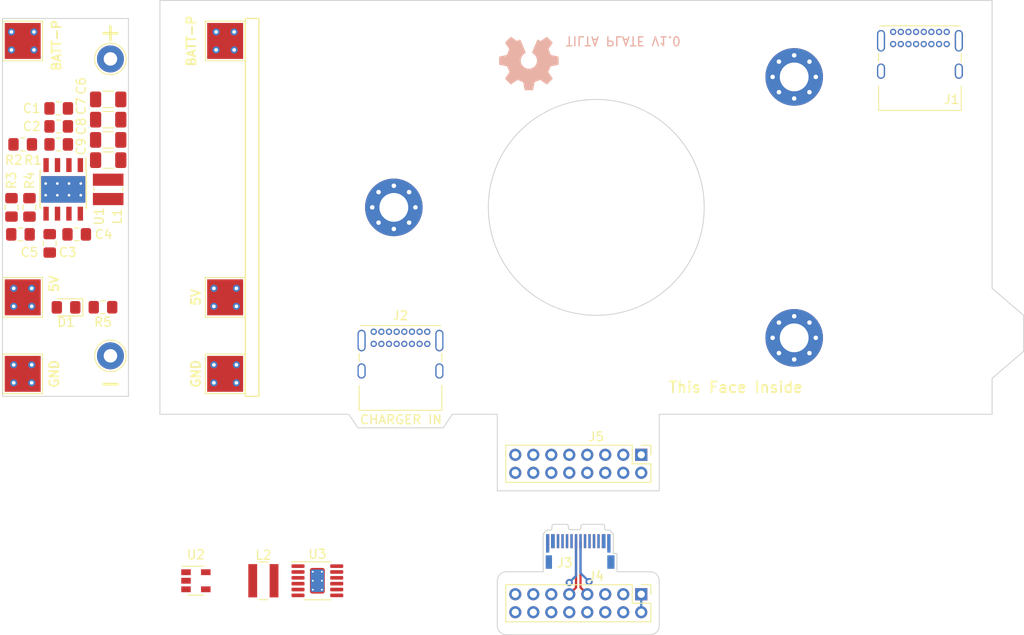
<source format=kicad_pcb>
(kicad_pcb (version 20171130) (host pcbnew "(5.1.5)-3")

  (general
    (thickness 1.6)
    (drawings 50)
    (tracks 35)
    (zones 0)
    (modules 37)
    (nets 90)
  )

  (page A4)
  (layers
    (0 F.Cu signal)
    (31 B.Cu signal)
    (32 B.Adhes user)
    (33 F.Adhes user)
    (34 B.Paste user)
    (35 F.Paste user)
    (36 B.SilkS user)
    (37 F.SilkS user)
    (38 B.Mask user)
    (39 F.Mask user)
    (40 Dwgs.User user)
    (41 Cmts.User user)
    (42 Eco1.User user)
    (43 Eco2.User user)
    (44 Edge.Cuts user)
    (45 Margin user)
    (46 B.CrtYd user hide)
    (47 F.CrtYd user hide)
    (48 B.Fab user)
    (49 F.Fab user hide)
  )

  (setup
    (last_trace_width 0.25)
    (user_trace_width 0.7)
    (trace_clearance 0.2)
    (zone_clearance 0.508)
    (zone_45_only no)
    (trace_min 0.2)
    (via_size 0.8)
    (via_drill 0.4)
    (via_min_size 0.4)
    (via_min_drill 0.3)
    (user_via 0.5 0.3)
    (uvia_size 0.3)
    (uvia_drill 0.1)
    (uvias_allowed no)
    (uvia_min_size 0.2)
    (uvia_min_drill 0.1)
    (edge_width 0.1)
    (segment_width 0.2)
    (pcb_text_width 0.3)
    (pcb_text_size 1.5 1.5)
    (mod_edge_width 0.15)
    (mod_text_size 1 1)
    (mod_text_width 0.15)
    (pad_size 1.524 1.524)
    (pad_drill 0.762)
    (pad_to_mask_clearance 0)
    (aux_axis_origin 0 0)
    (visible_elements 7FFFFFFF)
    (pcbplotparams
      (layerselection 0x010fc_ffffffff)
      (usegerberextensions false)
      (usegerberattributes false)
      (usegerberadvancedattributes false)
      (creategerberjobfile false)
      (excludeedgelayer true)
      (linewidth 0.100000)
      (plotframeref false)
      (viasonmask false)
      (mode 1)
      (useauxorigin false)
      (hpglpennumber 1)
      (hpglpenspeed 20)
      (hpglpendiameter 15.000000)
      (psnegative false)
      (psa4output false)
      (plotreference true)
      (plotvalue true)
      (plotinvisibletext false)
      (padsonsilk false)
      (subtractmaskfromsilk false)
      (outputformat 1)
      (mirror false)
      (drillshape 1)
      (scaleselection 1)
      (outputdirectory ""))
  )

  (net 0 "")
  (net 1 GND)
  (net 2 "Net-(C3-Pad1)")
  (net 3 "Net-(C4-Pad2)")
  (net 4 "Net-(C4-Pad1)")
  (net 5 "Net-(C5-Pad2)")
  (net 6 "Net-(D1-Pad1)")
  (net 7 "Net-(J1-PadB6)")
  (net 8 "Net-(J1-PadB5)")
  (net 9 "Net-(J1-PadB8)")
  (net 10 "Net-(J1-PadB7)")
  (net 11 "Net-(J1-PadA8)")
  (net 12 "Net-(J1-PadA7)")
  (net 13 "Net-(J1-PadA6)")
  (net 14 "Net-(J1-PadA5)")
  (net 15 "Net-(R1-Pad1)")
  (net 16 "Net-(U1-Pad4)")
  (net 17 /5V)
  (net 18 "Net-(U2-Pad4)")
  (net 19 "Net-(U2-Pad3)")
  (net 20 "Net-(U2-Pad2)")
  (net 21 "Net-(U2-Pad1)")
  (net 22 /BATT.P)
  (net 23 "Net-(J1-PadA1)")
  (net 24 "Net-(J1-PadA4)")
  (net 25 "Net-(J2-PadB6)")
  (net 26 "Net-(J2-PadA4)")
  (net 27 "Net-(J2-PadB5)")
  (net 28 "Net-(J2-PadB8)")
  (net 29 "Net-(J2-PadB7)")
  (net 30 "Net-(J2-PadA8)")
  (net 31 "Net-(J2-PadA7)")
  (net 32 "Net-(J2-PadA6)")
  (net 33 "Net-(J2-PadA5)")
  (net 34 "Net-(J3-PadB8)")
  (net 35 "Net-(J3-PadB3)")
  (net 36 "Net-(J3-PadB2)")
  (net 37 "Net-(J3-PadA4)")
  (net 38 "Net-(J3-PadB10)")
  (net 39 "Net-(J3-PadB11)")
  (net 40 "Net-(J3-PadA1)")
  (net 41 "Net-(J3-PadB5)")
  (net 42 "Net-(J3-PadA11)")
  (net 43 "Net-(J3-PadA10)")
  (net 44 "Net-(J3-PadA8)")
  (net 45 "Net-(J3-PadA7)")
  (net 46 "Net-(J3-PadA6)")
  (net 47 "Net-(J3-PadA5)")
  (net 48 "Net-(J3-PadA3)")
  (net 49 "Net-(J3-PadA2)")
  (net 50 "Net-(J5-Pad6)")
  (net 51 "Net-(J5-Pad4)")
  (net 52 "Net-(J5-Pad12)")
  (net 53 "Net-(J5-Pad11)")
  (net 54 "Net-(J5-Pad10)")
  (net 55 "Net-(J5-Pad9)")
  (net 56 "Net-(J5-Pad8)")
  (net 57 "Net-(J5-Pad7)")
  (net 58 "Net-(L2-Pad2)")
  (net 59 "Net-(L2-Pad1)")
  (net 60 "Net-(U3-Pad11)")
  (net 61 "Net-(U3-Pad10)")
  (net 62 "Net-(U3-Pad9)")
  (net 63 "Net-(U3-Pad8)")
  (net 64 "Net-(U3-Pad7)")
  (net 65 "Net-(U3-Pad6)")
  (net 66 "Net-(U3-Pad5)")
  (net 67 "Net-(U3-Pad4)")
  (net 68 "Net-(U3-Pad3)")
  (net 69 "Net-(U3-Pad2)")
  (net 70 "Net-(U3-Pad13)")
  (net 71 "Net-(J5-Pad14)")
  (net 72 "Net-(J5-Pad13)")
  (net 73 GNDA)
  (net 74 /BATT_5V)
  (net 75 "Net-(J4-Pad14)")
  (net 76 "Net-(J4-Pad13)")
  (net 77 "Net-(J4-Pad12)")
  (net 78 "Net-(J4-Pad11)")
  (net 79 "Net-(J4-Pad10)")
  (net 80 "Net-(J4-Pad8)")
  (net 81 "Net-(J4-Pad6)")
  (net 82 "Net-(J4-Pad5)")
  (net 83 "Net-(J4-Pad4)")
  (net 84 "Net-(J4-Pad3)")
  (net 85 "Net-(J5-Pad16)")
  (net 86 "Net-(J5-Pad15)")
  (net 87 "Net-(J5-Pad5)")
  (net 88 "Net-(J5-Pad3)")
  (net 89 "Net-(J5-Pad2)")

  (net_class Default "This is the default net class."
    (clearance 0.2)
    (trace_width 0.25)
    (via_dia 0.8)
    (via_drill 0.4)
    (uvia_dia 0.3)
    (uvia_drill 0.1)
    (add_net /5V)
    (add_net /BATT.P)
    (add_net /BATT_5V)
    (add_net GND)
    (add_net GNDA)
    (add_net "Net-(C3-Pad1)")
    (add_net "Net-(C4-Pad1)")
    (add_net "Net-(C4-Pad2)")
    (add_net "Net-(C5-Pad2)")
    (add_net "Net-(D1-Pad1)")
    (add_net "Net-(J1-PadA1)")
    (add_net "Net-(J1-PadA4)")
    (add_net "Net-(J1-PadA5)")
    (add_net "Net-(J1-PadA6)")
    (add_net "Net-(J1-PadA7)")
    (add_net "Net-(J1-PadA8)")
    (add_net "Net-(J1-PadB5)")
    (add_net "Net-(J1-PadB6)")
    (add_net "Net-(J1-PadB7)")
    (add_net "Net-(J1-PadB8)")
    (add_net "Net-(J2-PadA4)")
    (add_net "Net-(J2-PadA5)")
    (add_net "Net-(J2-PadA6)")
    (add_net "Net-(J2-PadA7)")
    (add_net "Net-(J2-PadA8)")
    (add_net "Net-(J2-PadB5)")
    (add_net "Net-(J2-PadB6)")
    (add_net "Net-(J2-PadB7)")
    (add_net "Net-(J2-PadB8)")
    (add_net "Net-(J3-PadA1)")
    (add_net "Net-(J3-PadA10)")
    (add_net "Net-(J3-PadA11)")
    (add_net "Net-(J3-PadA2)")
    (add_net "Net-(J3-PadA3)")
    (add_net "Net-(J3-PadA4)")
    (add_net "Net-(J3-PadA5)")
    (add_net "Net-(J3-PadA6)")
    (add_net "Net-(J3-PadA7)")
    (add_net "Net-(J3-PadA8)")
    (add_net "Net-(J3-PadB10)")
    (add_net "Net-(J3-PadB11)")
    (add_net "Net-(J3-PadB2)")
    (add_net "Net-(J3-PadB3)")
    (add_net "Net-(J3-PadB5)")
    (add_net "Net-(J3-PadB8)")
    (add_net "Net-(J4-Pad10)")
    (add_net "Net-(J4-Pad11)")
    (add_net "Net-(J4-Pad12)")
    (add_net "Net-(J4-Pad13)")
    (add_net "Net-(J4-Pad14)")
    (add_net "Net-(J4-Pad3)")
    (add_net "Net-(J4-Pad4)")
    (add_net "Net-(J4-Pad5)")
    (add_net "Net-(J4-Pad6)")
    (add_net "Net-(J4-Pad8)")
    (add_net "Net-(J5-Pad10)")
    (add_net "Net-(J5-Pad11)")
    (add_net "Net-(J5-Pad12)")
    (add_net "Net-(J5-Pad13)")
    (add_net "Net-(J5-Pad14)")
    (add_net "Net-(J5-Pad15)")
    (add_net "Net-(J5-Pad16)")
    (add_net "Net-(J5-Pad2)")
    (add_net "Net-(J5-Pad3)")
    (add_net "Net-(J5-Pad4)")
    (add_net "Net-(J5-Pad5)")
    (add_net "Net-(J5-Pad6)")
    (add_net "Net-(J5-Pad7)")
    (add_net "Net-(J5-Pad8)")
    (add_net "Net-(J5-Pad9)")
    (add_net "Net-(L2-Pad1)")
    (add_net "Net-(L2-Pad2)")
    (add_net "Net-(R1-Pad1)")
    (add_net "Net-(U1-Pad4)")
    (add_net "Net-(U2-Pad1)")
    (add_net "Net-(U2-Pad2)")
    (add_net "Net-(U2-Pad3)")
    (add_net "Net-(U2-Pad4)")
    (add_net "Net-(U3-Pad10)")
    (add_net "Net-(U3-Pad11)")
    (add_net "Net-(U3-Pad13)")
    (add_net "Net-(U3-Pad2)")
    (add_net "Net-(U3-Pad3)")
    (add_net "Net-(U3-Pad4)")
    (add_net "Net-(U3-Pad5)")
    (add_net "Net-(U3-Pad6)")
    (add_net "Net-(U3-Pad7)")
    (add_net "Net-(U3-Pad8)")
    (add_net "Net-(U3-Pad9)")
  )

  (module Connector_PinHeader_2.00mm:PinHeader_2x08_P2.00mm_Vertical (layer F.Cu) (tedit 59FED667) (tstamp 5ED8DF81)
    (at 151 80 270)
    (descr "Through hole straight pin header, 2x08, 2.00mm pitch, double rows")
    (tags "Through hole pin header THT 2x08 2.00mm double row")
    (path /5EDC8642)
    (fp_text reference J4 (at -2 5 180) (layer F.SilkS)
      (effects (font (size 1 1) (thickness 0.15)))
    )
    (fp_text value Conn_02x08_Odd_Even (at 1 16.06 90) (layer F.Fab)
      (effects (font (size 1 1) (thickness 0.15)))
    )
    (fp_text user %R (at 1 7) (layer F.Fab)
      (effects (font (size 1 1) (thickness 0.15)))
    )
    (fp_line (start 3.5 -1.5) (end -1.5 -1.5) (layer F.CrtYd) (width 0.05))
    (fp_line (start 3.5 15.5) (end 3.5 -1.5) (layer F.CrtYd) (width 0.05))
    (fp_line (start -1.5 15.5) (end 3.5 15.5) (layer F.CrtYd) (width 0.05))
    (fp_line (start -1.5 -1.5) (end -1.5 15.5) (layer F.CrtYd) (width 0.05))
    (fp_line (start -1.06 -1.06) (end 0 -1.06) (layer F.SilkS) (width 0.12))
    (fp_line (start -1.06 0) (end -1.06 -1.06) (layer F.SilkS) (width 0.12))
    (fp_line (start 1 -1.06) (end 3.06 -1.06) (layer F.SilkS) (width 0.12))
    (fp_line (start 1 1) (end 1 -1.06) (layer F.SilkS) (width 0.12))
    (fp_line (start -1.06 1) (end 1 1) (layer F.SilkS) (width 0.12))
    (fp_line (start 3.06 -1.06) (end 3.06 15.06) (layer F.SilkS) (width 0.12))
    (fp_line (start -1.06 1) (end -1.06 15.06) (layer F.SilkS) (width 0.12))
    (fp_line (start -1.06 15.06) (end 3.06 15.06) (layer F.SilkS) (width 0.12))
    (fp_line (start -1 0) (end 0 -1) (layer F.Fab) (width 0.1))
    (fp_line (start -1 15) (end -1 0) (layer F.Fab) (width 0.1))
    (fp_line (start 3 15) (end -1 15) (layer F.Fab) (width 0.1))
    (fp_line (start 3 -1) (end 3 15) (layer F.Fab) (width 0.1))
    (fp_line (start 0 -1) (end 3 -1) (layer F.Fab) (width 0.1))
    (pad 16 thru_hole oval (at 2 14 270) (size 1.35 1.35) (drill 0.8) (layers *.Cu *.Mask)
      (net 40 "Net-(J3-PadA1)"))
    (pad 15 thru_hole oval (at 0 14 270) (size 1.35 1.35) (drill 0.8) (layers *.Cu *.Mask)
      (net 40 "Net-(J3-PadA1)"))
    (pad 14 thru_hole oval (at 2 12 270) (size 1.35 1.35) (drill 0.8) (layers *.Cu *.Mask)
      (net 75 "Net-(J4-Pad14)"))
    (pad 13 thru_hole oval (at 0 12 270) (size 1.35 1.35) (drill 0.8) (layers *.Cu *.Mask)
      (net 76 "Net-(J4-Pad13)"))
    (pad 12 thru_hole oval (at 2 10 270) (size 1.35 1.35) (drill 0.8) (layers *.Cu *.Mask)
      (net 77 "Net-(J4-Pad12)"))
    (pad 11 thru_hole oval (at 0 10 270) (size 1.35 1.35) (drill 0.8) (layers *.Cu *.Mask)
      (net 78 "Net-(J4-Pad11)"))
    (pad 10 thru_hole oval (at 2 8 270) (size 1.35 1.35) (drill 0.8) (layers *.Cu *.Mask)
      (net 79 "Net-(J4-Pad10)"))
    (pad 9 thru_hole oval (at 0 8 270) (size 1.35 1.35) (drill 0.8) (layers *.Cu *.Mask)
      (net 46 "Net-(J3-PadA6)"))
    (pad 8 thru_hole oval (at 2 6 270) (size 1.35 1.35) (drill 0.8) (layers *.Cu *.Mask)
      (net 80 "Net-(J4-Pad8)"))
    (pad 7 thru_hole oval (at 0 6 270) (size 1.35 1.35) (drill 0.8) (layers *.Cu *.Mask)
      (net 45 "Net-(J3-PadA7)"))
    (pad 6 thru_hole oval (at 2 4 270) (size 1.35 1.35) (drill 0.8) (layers *.Cu *.Mask)
      (net 81 "Net-(J4-Pad6)"))
    (pad 5 thru_hole oval (at 0 4 270) (size 1.35 1.35) (drill 0.8) (layers *.Cu *.Mask)
      (net 82 "Net-(J4-Pad5)"))
    (pad 4 thru_hole oval (at 2 2 270) (size 1.35 1.35) (drill 0.8) (layers *.Cu *.Mask)
      (net 83 "Net-(J4-Pad4)"))
    (pad 3 thru_hole oval (at 0 2 270) (size 1.35 1.35) (drill 0.8) (layers *.Cu *.Mask)
      (net 84 "Net-(J4-Pad3)"))
    (pad 2 thru_hole oval (at 2 0 270) (size 1.35 1.35) (drill 0.8) (layers *.Cu *.Mask)
      (net 37 "Net-(J3-PadA4)"))
    (pad 1 thru_hole rect (at 0 0 270) (size 1.35 1.35) (drill 0.8) (layers *.Cu *.Mask)
      (net 37 "Net-(J3-PadA4)"))
    (model ${KISYS3DMOD}/Connector_PinHeader_2.00mm.3dshapes/PinHeader_2x08_P2.00mm_Vertical.wrl
      (at (xyz 0 0 0))
      (scale (xyz 1 1 1))
      (rotate (xyz 0 0 0))
    )
  )

  (module MountingHole:MountingHole_3.2mm_M3_Pad_Via (layer F.Cu) (tedit 56DDBCCA) (tstamp 5ED904F5)
    (at 168 22.5)
    (descr "Mounting Hole 3.2mm, M3")
    (tags "mounting hole 3.2mm m3")
    (path /5EDFE6D3)
    (attr virtual)
    (fp_text reference H3 (at 0 -4.2) (layer F.SilkS) hide
      (effects (font (size 1 1) (thickness 0.15)))
    )
    (fp_text value "MountingHole 3" (at 0 4.2) (layer F.Fab)
      (effects (font (size 1 1) (thickness 0.15)))
    )
    (fp_circle (center 0 0) (end 3.45 0) (layer F.CrtYd) (width 0.05))
    (fp_circle (center 0 0) (end 3.2 0) (layer Cmts.User) (width 0.15))
    (fp_text user %R (at 0.3 0) (layer F.Fab)
      (effects (font (size 1 1) (thickness 0.15)))
    )
    (pad 1 thru_hole circle (at 1.697056 -1.697056) (size 0.8 0.8) (drill 0.5) (layers *.Cu *.Mask)
      (net 73 GNDA))
    (pad 1 thru_hole circle (at 0 -2.4) (size 0.8 0.8) (drill 0.5) (layers *.Cu *.Mask)
      (net 73 GNDA))
    (pad 1 thru_hole circle (at -1.697056 -1.697056) (size 0.8 0.8) (drill 0.5) (layers *.Cu *.Mask)
      (net 73 GNDA))
    (pad 1 thru_hole circle (at -2.4 0) (size 0.8 0.8) (drill 0.5) (layers *.Cu *.Mask)
      (net 73 GNDA))
    (pad 1 thru_hole circle (at -1.697056 1.697056) (size 0.8 0.8) (drill 0.5) (layers *.Cu *.Mask)
      (net 73 GNDA))
    (pad 1 thru_hole circle (at 0 2.4) (size 0.8 0.8) (drill 0.5) (layers *.Cu *.Mask)
      (net 73 GNDA))
    (pad 1 thru_hole circle (at 1.697056 1.697056) (size 0.8 0.8) (drill 0.5) (layers *.Cu *.Mask)
      (net 73 GNDA))
    (pad 1 thru_hole circle (at 2.4 0) (size 0.8 0.8) (drill 0.5) (layers *.Cu *.Mask)
      (net 73 GNDA))
    (pad 1 thru_hole circle (at 0 0) (size 6.4 6.4) (drill 3.2) (layers *.Cu *.Mask)
      (net 73 GNDA))
  )

  (module MountingHole:MountingHole_3.2mm_M3_Pad_Via (layer F.Cu) (tedit 56DDBCCA) (tstamp 5ED904E5)
    (at 168 51.5)
    (descr "Mounting Hole 3.2mm, M3")
    (tags "mounting hole 3.2mm m3")
    (path /5EDFE3AA)
    (attr virtual)
    (fp_text reference H2 (at 0 -4.2) (layer F.SilkS) hide
      (effects (font (size 1 1) (thickness 0.15)))
    )
    (fp_text value "MountingHole 2" (at 0 4.2) (layer F.Fab)
      (effects (font (size 1 1) (thickness 0.15)))
    )
    (fp_circle (center 0 0) (end 3.45 0) (layer F.CrtYd) (width 0.05))
    (fp_circle (center 0 0) (end 3.2 0) (layer Cmts.User) (width 0.15))
    (fp_text user %R (at 0.3 0) (layer F.Fab)
      (effects (font (size 1 1) (thickness 0.15)))
    )
    (pad 1 thru_hole circle (at 1.697056 -1.697056) (size 0.8 0.8) (drill 0.5) (layers *.Cu *.Mask)
      (net 73 GNDA))
    (pad 1 thru_hole circle (at 0 -2.4) (size 0.8 0.8) (drill 0.5) (layers *.Cu *.Mask)
      (net 73 GNDA))
    (pad 1 thru_hole circle (at -1.697056 -1.697056) (size 0.8 0.8) (drill 0.5) (layers *.Cu *.Mask)
      (net 73 GNDA))
    (pad 1 thru_hole circle (at -2.4 0) (size 0.8 0.8) (drill 0.5) (layers *.Cu *.Mask)
      (net 73 GNDA))
    (pad 1 thru_hole circle (at -1.697056 1.697056) (size 0.8 0.8) (drill 0.5) (layers *.Cu *.Mask)
      (net 73 GNDA))
    (pad 1 thru_hole circle (at 0 2.4) (size 0.8 0.8) (drill 0.5) (layers *.Cu *.Mask)
      (net 73 GNDA))
    (pad 1 thru_hole circle (at 1.697056 1.697056) (size 0.8 0.8) (drill 0.5) (layers *.Cu *.Mask)
      (net 73 GNDA))
    (pad 1 thru_hole circle (at 2.4 0) (size 0.8 0.8) (drill 0.5) (layers *.Cu *.Mask)
      (net 73 GNDA))
    (pad 1 thru_hole circle (at 0 0) (size 6.4 6.4) (drill 3.2) (layers *.Cu *.Mask)
      (net 73 GNDA))
  )

  (module MountingHole:MountingHole_3.2mm_M3_Pad_Via (layer F.Cu) (tedit 56DDBCCA) (tstamp 5ED8F925)
    (at 123.5 37)
    (descr "Mounting Hole 3.2mm, M3")
    (tags "mounting hole 3.2mm m3")
    (path /5EDF80BE)
    (attr virtual)
    (fp_text reference H1 (at 0 -4.2) (layer F.SilkS) hide
      (effects (font (size 1 1) (thickness 0.15)))
    )
    (fp_text value "MountingHole 1" (at 0 4.2) (layer F.Fab)
      (effects (font (size 1 1) (thickness 0.15)))
    )
    (fp_circle (center 0 0) (end 3.45 0) (layer F.CrtYd) (width 0.05))
    (fp_circle (center 0 0) (end 3.2 0) (layer Cmts.User) (width 0.15))
    (fp_text user %R (at 0.3 0) (layer F.Fab)
      (effects (font (size 1 1) (thickness 0.15)))
    )
    (pad 1 thru_hole circle (at 1.697056 -1.697056) (size 0.8 0.8) (drill 0.5) (layers *.Cu *.Mask)
      (net 73 GNDA))
    (pad 1 thru_hole circle (at 0 -2.4) (size 0.8 0.8) (drill 0.5) (layers *.Cu *.Mask)
      (net 73 GNDA))
    (pad 1 thru_hole circle (at -1.697056 -1.697056) (size 0.8 0.8) (drill 0.5) (layers *.Cu *.Mask)
      (net 73 GNDA))
    (pad 1 thru_hole circle (at -2.4 0) (size 0.8 0.8) (drill 0.5) (layers *.Cu *.Mask)
      (net 73 GNDA))
    (pad 1 thru_hole circle (at -1.697056 1.697056) (size 0.8 0.8) (drill 0.5) (layers *.Cu *.Mask)
      (net 73 GNDA))
    (pad 1 thru_hole circle (at 0 2.4) (size 0.8 0.8) (drill 0.5) (layers *.Cu *.Mask)
      (net 73 GNDA))
    (pad 1 thru_hole circle (at 1.697056 1.697056) (size 0.8 0.8) (drill 0.5) (layers *.Cu *.Mask)
      (net 73 GNDA))
    (pad 1 thru_hole circle (at 2.4 0) (size 0.8 0.8) (drill 0.5) (layers *.Cu *.Mask)
      (net 73 GNDA))
    (pad 1 thru_hole circle (at 0 0) (size 6.4 6.4) (drill 3.2) (layers *.Cu *.Mask)
      (net 73 GNDA))
  )

  (module Connector_PinHeader_2.00mm:PinHeader_2x08_P2.00mm_Vertical (layer F.Cu) (tedit 59FED667) (tstamp 5ED8DFA7)
    (at 151 64.5 270)
    (descr "Through hole straight pin header, 2x08, 2.00mm pitch, double rows")
    (tags "Through hole pin header THT 2x08 2.00mm double row")
    (path /5EDCE8C8)
    (fp_text reference J5 (at -2 5 180) (layer F.SilkS)
      (effects (font (size 1 1) (thickness 0.15)))
    )
    (fp_text value Conn_02x08_Odd_Even (at 1 16.06 90) (layer F.Fab)
      (effects (font (size 1 1) (thickness 0.15)))
    )
    (fp_text user %R (at 1 7) (layer F.Fab)
      (effects (font (size 1 1) (thickness 0.15)))
    )
    (fp_line (start 3.5 -1.5) (end -1.5 -1.5) (layer F.CrtYd) (width 0.05))
    (fp_line (start 3.5 15.5) (end 3.5 -1.5) (layer F.CrtYd) (width 0.05))
    (fp_line (start -1.5 15.5) (end 3.5 15.5) (layer F.CrtYd) (width 0.05))
    (fp_line (start -1.5 -1.5) (end -1.5 15.5) (layer F.CrtYd) (width 0.05))
    (fp_line (start -1.06 -1.06) (end 0 -1.06) (layer F.SilkS) (width 0.12))
    (fp_line (start -1.06 0) (end -1.06 -1.06) (layer F.SilkS) (width 0.12))
    (fp_line (start 1 -1.06) (end 3.06 -1.06) (layer F.SilkS) (width 0.12))
    (fp_line (start 1 1) (end 1 -1.06) (layer F.SilkS) (width 0.12))
    (fp_line (start -1.06 1) (end 1 1) (layer F.SilkS) (width 0.12))
    (fp_line (start 3.06 -1.06) (end 3.06 15.06) (layer F.SilkS) (width 0.12))
    (fp_line (start -1.06 1) (end -1.06 15.06) (layer F.SilkS) (width 0.12))
    (fp_line (start -1.06 15.06) (end 3.06 15.06) (layer F.SilkS) (width 0.12))
    (fp_line (start -1 0) (end 0 -1) (layer F.Fab) (width 0.1))
    (fp_line (start -1 15) (end -1 0) (layer F.Fab) (width 0.1))
    (fp_line (start 3 15) (end -1 15) (layer F.Fab) (width 0.1))
    (fp_line (start 3 -1) (end 3 15) (layer F.Fab) (width 0.1))
    (fp_line (start 0 -1) (end 3 -1) (layer F.Fab) (width 0.1))
    (pad 16 thru_hole oval (at 2 14 270) (size 1.35 1.35) (drill 0.8) (layers *.Cu *.Mask)
      (net 85 "Net-(J5-Pad16)"))
    (pad 15 thru_hole oval (at 0 14 270) (size 1.35 1.35) (drill 0.8) (layers *.Cu *.Mask)
      (net 86 "Net-(J5-Pad15)"))
    (pad 14 thru_hole oval (at 2 12 270) (size 1.35 1.35) (drill 0.8) (layers *.Cu *.Mask)
      (net 71 "Net-(J5-Pad14)"))
    (pad 13 thru_hole oval (at 0 12 270) (size 1.35 1.35) (drill 0.8) (layers *.Cu *.Mask)
      (net 72 "Net-(J5-Pad13)"))
    (pad 12 thru_hole oval (at 2 10 270) (size 1.35 1.35) (drill 0.8) (layers *.Cu *.Mask)
      (net 52 "Net-(J5-Pad12)"))
    (pad 11 thru_hole oval (at 0 10 270) (size 1.35 1.35) (drill 0.8) (layers *.Cu *.Mask)
      (net 53 "Net-(J5-Pad11)"))
    (pad 10 thru_hole oval (at 2 8 270) (size 1.35 1.35) (drill 0.8) (layers *.Cu *.Mask)
      (net 54 "Net-(J5-Pad10)"))
    (pad 9 thru_hole oval (at 0 8 270) (size 1.35 1.35) (drill 0.8) (layers *.Cu *.Mask)
      (net 55 "Net-(J5-Pad9)"))
    (pad 8 thru_hole oval (at 2 6 270) (size 1.35 1.35) (drill 0.8) (layers *.Cu *.Mask)
      (net 56 "Net-(J5-Pad8)"))
    (pad 7 thru_hole oval (at 0 6 270) (size 1.35 1.35) (drill 0.8) (layers *.Cu *.Mask)
      (net 57 "Net-(J5-Pad7)"))
    (pad 6 thru_hole oval (at 2 4 270) (size 1.35 1.35) (drill 0.8) (layers *.Cu *.Mask)
      (net 50 "Net-(J5-Pad6)"))
    (pad 5 thru_hole oval (at 0 4 270) (size 1.35 1.35) (drill 0.8) (layers *.Cu *.Mask)
      (net 87 "Net-(J5-Pad5)"))
    (pad 4 thru_hole oval (at 2 2 270) (size 1.35 1.35) (drill 0.8) (layers *.Cu *.Mask)
      (net 51 "Net-(J5-Pad4)"))
    (pad 3 thru_hole oval (at 0 2 270) (size 1.35 1.35) (drill 0.8) (layers *.Cu *.Mask)
      (net 88 "Net-(J5-Pad3)"))
    (pad 2 thru_hole oval (at 2 0 270) (size 1.35 1.35) (drill 0.8) (layers *.Cu *.Mask)
      (net 89 "Net-(J5-Pad2)"))
    (pad 1 thru_hole rect (at 0 0 270) (size 1.35 1.35) (drill 0.8) (layers *.Cu *.Mask)
      (net 73 GNDA))
    (model ${KISYS3DMOD}/Connector_PinHeader_2.00mm.3dshapes/PinHeader_2x08_P2.00mm_Vertical.wrl
      (at (xyz 0 0 0))
      (scale (xyz 1 1 1))
      (rotate (xyz 0 0 0))
    )
  )

  (module Package_SO:MSOP-12-1EP_3x4mm_P0.65mm_EP1.65x2.85mm_ThermalVias (layer F.Cu) (tedit 5C59F590) (tstamp 5ED83680)
    (at 115 78.5)
    (descr "MSOP, 12 Pin (https://www.analog.com/media/en/technical-documentation/data-sheets/3652fe.pdf#page=24), generated with kicad-footprint-generator ipc_gullwing_generator.py")
    (tags "MSOP SO")
    (path /5EE64895)
    (attr smd)
    (fp_text reference U3 (at 0 -2.95) (layer F.SilkS)
      (effects (font (size 1 1) (thickness 0.15)))
    )
    (fp_text value LT3650EDD-8.2TRPBF (at 0 2.95) (layer F.Fab)
      (effects (font (size 1 1) (thickness 0.15)))
    )
    (fp_text user %R (at 0 0) (layer F.Fab)
      (effects (font (size 0.75 0.75) (thickness 0.11)))
    )
    (fp_line (start 3.12 -2.25) (end -3.12 -2.25) (layer F.CrtYd) (width 0.05))
    (fp_line (start 3.12 2.25) (end 3.12 -2.25) (layer F.CrtYd) (width 0.05))
    (fp_line (start -3.12 2.25) (end 3.12 2.25) (layer F.CrtYd) (width 0.05))
    (fp_line (start -3.12 -2.25) (end -3.12 2.25) (layer F.CrtYd) (width 0.05))
    (fp_line (start -1.5 -1.25) (end -0.75 -2) (layer F.Fab) (width 0.1))
    (fp_line (start -1.5 2) (end -1.5 -1.25) (layer F.Fab) (width 0.1))
    (fp_line (start 1.5 2) (end -1.5 2) (layer F.Fab) (width 0.1))
    (fp_line (start 1.5 -2) (end 1.5 2) (layer F.Fab) (width 0.1))
    (fp_line (start -0.75 -2) (end 1.5 -2) (layer F.Fab) (width 0.1))
    (fp_line (start 0 -2.11) (end -2.875 -2.11) (layer F.SilkS) (width 0.12))
    (fp_line (start 0 -2.11) (end 1.5 -2.11) (layer F.SilkS) (width 0.12))
    (fp_line (start 0 2.11) (end -1.5 2.11) (layer F.SilkS) (width 0.12))
    (fp_line (start 0 2.11) (end 1.5 2.11) (layer F.SilkS) (width 0.12))
    (pad 12 smd roundrect (at 2.15 -1.625) (size 1.45 0.4) (layers F.Cu F.Paste F.Mask) (roundrect_rratio 0.25)
      (net 58 "Net-(L2-Pad2)"))
    (pad 11 smd roundrect (at 2.15 -0.975) (size 1.45 0.4) (layers F.Cu F.Paste F.Mask) (roundrect_rratio 0.25)
      (net 60 "Net-(U3-Pad11)"))
    (pad 10 smd roundrect (at 2.15 -0.325) (size 1.45 0.4) (layers F.Cu F.Paste F.Mask) (roundrect_rratio 0.25)
      (net 61 "Net-(U3-Pad10)"))
    (pad 9 smd roundrect (at 2.15 0.325) (size 1.45 0.4) (layers F.Cu F.Paste F.Mask) (roundrect_rratio 0.25)
      (net 62 "Net-(U3-Pad9)"))
    (pad 8 smd roundrect (at 2.15 0.975) (size 1.45 0.4) (layers F.Cu F.Paste F.Mask) (roundrect_rratio 0.25)
      (net 63 "Net-(U3-Pad8)"))
    (pad 7 smd roundrect (at 2.15 1.625) (size 1.45 0.4) (layers F.Cu F.Paste F.Mask) (roundrect_rratio 0.25)
      (net 64 "Net-(U3-Pad7)"))
    (pad 6 smd roundrect (at -2.15 1.625) (size 1.45 0.4) (layers F.Cu F.Paste F.Mask) (roundrect_rratio 0.25)
      (net 65 "Net-(U3-Pad6)"))
    (pad 5 smd roundrect (at -2.15 0.975) (size 1.45 0.4) (layers F.Cu F.Paste F.Mask) (roundrect_rratio 0.25)
      (net 66 "Net-(U3-Pad5)"))
    (pad 4 smd roundrect (at -2.15 0.325) (size 1.45 0.4) (layers F.Cu F.Paste F.Mask) (roundrect_rratio 0.25)
      (net 67 "Net-(U3-Pad4)"))
    (pad 3 smd roundrect (at -2.15 -0.325) (size 1.45 0.4) (layers F.Cu F.Paste F.Mask) (roundrect_rratio 0.25)
      (net 68 "Net-(U3-Pad3)"))
    (pad 2 smd roundrect (at -2.15 -0.975) (size 1.45 0.4) (layers F.Cu F.Paste F.Mask) (roundrect_rratio 0.25)
      (net 69 "Net-(U3-Pad2)"))
    (pad 1 smd roundrect (at -2.15 -1.625) (size 1.45 0.4) (layers F.Cu F.Paste F.Mask) (roundrect_rratio 0.25)
      (net 21 "Net-(U2-Pad1)"))
    (pad "" smd roundrect (at 0.41 0.71) (size 0.69 1.19) (layers F.Paste) (roundrect_rratio 0.25))
    (pad "" smd roundrect (at 0.41 -0.71) (size 0.69 1.19) (layers F.Paste) (roundrect_rratio 0.25))
    (pad "" smd roundrect (at -0.41 0.71) (size 0.69 1.19) (layers F.Paste) (roundrect_rratio 0.25))
    (pad "" smd roundrect (at -0.41 -0.71) (size 0.69 1.19) (layers F.Paste) (roundrect_rratio 0.25))
    (pad 13 smd roundrect (at 0 0) (size 1.5 2.5) (layers B.Cu) (roundrect_rratio 0.166667)
      (net 70 "Net-(U3-Pad13)"))
    (pad 13 thru_hole circle (at 0.5 1) (size 0.5 0.5) (drill 0.2) (layers *.Cu)
      (net 70 "Net-(U3-Pad13)"))
    (pad 13 thru_hole circle (at -0.5 1) (size 0.5 0.5) (drill 0.2) (layers *.Cu)
      (net 70 "Net-(U3-Pad13)"))
    (pad 13 thru_hole circle (at 0.5 0) (size 0.5 0.5) (drill 0.2) (layers *.Cu)
      (net 70 "Net-(U3-Pad13)"))
    (pad 13 thru_hole circle (at -0.5 0) (size 0.5 0.5) (drill 0.2) (layers *.Cu)
      (net 70 "Net-(U3-Pad13)"))
    (pad 13 thru_hole circle (at 0.5 -1) (size 0.5 0.5) (drill 0.2) (layers *.Cu)
      (net 70 "Net-(U3-Pad13)"))
    (pad 13 thru_hole circle (at -0.5 -1) (size 0.5 0.5) (drill 0.2) (layers *.Cu)
      (net 70 "Net-(U3-Pad13)"))
    (pad 13 smd roundrect (at 0 0) (size 1.65 2.85) (layers F.Cu F.Mask) (roundrect_rratio 0.151515)
      (net 70 "Net-(U3-Pad13)"))
    (model ${KISYS3DMOD}/Package_SO.3dshapes/MSOP-12-1EP_3x4mm_P0.65mm_EP1.65x2.85mm.wrl
      (at (xyz 0 0 0))
      (scale (xyz 1 1 1))
      (rotate (xyz 0 0 0))
    )
  )

  (module Inductor_SMD:L_Wuerth_MAPI-4030 (layer F.Cu) (tedit 59912BEE) (tstamp 5ED827E0)
    (at 109 78.5)
    (descr "Inductor, Wuerth Elektronik, Wuerth_MAPI-4030, 4.0mmx4.0mm")
    (tags "inductor Wuerth smd")
    (path /5EE5ECA8)
    (attr smd)
    (fp_text reference L2 (at 0 -2.85) (layer F.SilkS)
      (effects (font (size 1 1) (thickness 0.15)))
    )
    (fp_text value 10uH (at 0 3.35) (layer F.Fab)
      (effects (font (size 1 1) (thickness 0.15)))
    )
    (fp_line (start -0.495 2.1) (end 0.495 2.1) (layer F.SilkS) (width 0.12))
    (fp_line (start -0.495 -2.1) (end 0.495 -2.1) (layer F.SilkS) (width 0.12))
    (fp_line (start 2 -2.2) (end -2 -2.2) (layer F.CrtYd) (width 0.05))
    (fp_line (start 2 2.2) (end 2 -2.2) (layer F.CrtYd) (width 0.05))
    (fp_line (start -2 2.2) (end 2 2.2) (layer F.CrtYd) (width 0.05))
    (fp_line (start -2 -2.2) (end -2 2.2) (layer F.CrtYd) (width 0.05))
    (fp_line (start 2 -2) (end -2 -2) (layer F.Fab) (width 0.1))
    (fp_line (start 2 2) (end 2 -2) (layer F.Fab) (width 0.1))
    (fp_line (start -2 2) (end 2 2) (layer F.Fab) (width 0.1))
    (fp_line (start -2 -2) (end -2 2) (layer F.Fab) (width 0.1))
    (fp_text user %R (at 0 0) (layer F.Fab)
      (effects (font (size 0.8 0.8) (thickness 0.15)))
    )
    (pad 2 smd rect (at 1.185 0) (size 0.98 3.7) (layers F.Cu F.Paste F.Mask)
      (net 58 "Net-(L2-Pad2)"))
    (pad 1 smd rect (at -1.185 0) (size 0.98 3.7) (layers F.Cu F.Paste F.Mask)
      (net 59 "Net-(L2-Pad1)"))
    (model ${KISYS3DMOD}/Inductor_SMD.3dshapes/L_Wuerth_MAPI-4030.wrl
      (at (xyz 0 0 0))
      (scale (xyz 1 1 1))
      (rotate (xyz 0 0 0))
    )
  )

  (module Connector_USB:USB_C_Plug_JAE_DX07P024AJ1 (layer F.Cu) (tedit 5D94DC0B) (tstamp 5ED7F102)
    (at 144 75.25 180)
    (descr "Universal Serial Bus (USB) Shielded I/O Plug, Type C, Right Angle, Surface Mount, https://www.jae.com/en/searchfilter/?topics_keyword=DX07P024AJ1&mainItemSelect=1")
    (tags "USB Type-C Plug Edge Mount")
    (path /5EE1A73D)
    (attr smd)
    (fp_text reference J3 (at 1.5 -1.25) (layer F.SilkS)
      (effects (font (size 1 1) (thickness 0.15)))
    )
    (fp_text value USB_C_Receptacle (at -0.1725 4.27) (layer F.Fab)
      (effects (font (size 1 1) (thickness 0.15)))
    )
    (fp_line (start -4.5525 3.27) (end -4.5525 -2.38) (layer B.CrtYd) (width 0.05))
    (fp_line (start 4.1475 3.27) (end -4.5525 3.27) (layer B.CrtYd) (width 0.05))
    (fp_line (start 4.1475 -2.38) (end 4.1475 3.27) (layer B.CrtYd) (width 0.05))
    (fp_line (start -4.5525 -2.38) (end 4.1475 -2.38) (layer B.CrtYd) (width 0.05))
    (fp_line (start -4.5525 3.27) (end -4.5525 -2.38) (layer F.CrtYd) (width 0.05))
    (fp_line (start 4.1475 3.27) (end -4.5525 3.27) (layer F.CrtYd) (width 0.05))
    (fp_line (start 4.1475 -2.38) (end 4.1475 3.27) (layer F.CrtYd) (width 0.05))
    (fp_line (start -4.5525 -2.38) (end 4.1475 -2.38) (layer F.CrtYd) (width 0.05))
    (fp_text user %R (at 0 0.5525) (layer F.Fab)
      (effects (font (size 0.75 0.75) (thickness 0.1)))
    )
    (fp_text user "PCB Edge" (at 0 3.0225) (layer Dwgs.User)
      (effects (font (size 0.5 0.5) (thickness 0.1)))
    )
    (fp_line (start 3.575 2.3725) (end 3.9 1.9225) (layer Edge.Cuts) (width 0.1))
    (fp_line (start -2.925 2.8225) (end -2.925 2.5725) (layer Edge.Cuts) (width 0.1))
    (fp_line (start 2.925 2.8225) (end 2.925 2.5725) (layer Edge.Cuts) (width 0.1))
    (fp_line (start 1.1 2.8225) (end 1.1 2.6225) (layer Edge.Cuts) (width 0.1))
    (fp_line (start -0.3 2.6225) (end -0.3 2.8225) (layer Edge.Cuts) (width 0.1))
    (fp_arc (start 3.125 2.5725) (end 2.925 2.5725) (angle 90) (layer Edge.Cuts) (width 0.1))
    (fp_arc (start -3.125 2.5725) (end -3.125 2.3725) (angle 90) (layer Edge.Cuts) (width 0.1))
    (fp_arc (start -2.725 2.8225) (end -2.725 3.0225) (angle 90) (layer Edge.Cuts) (width 0.1))
    (fp_arc (start 2.725 2.8225) (end 2.925 2.8225) (angle 90) (layer Edge.Cuts) (width 0.1))
    (fp_arc (start 1.3 2.8225) (end 1.3 3.0225) (angle 90) (layer Edge.Cuts) (width 0.1))
    (fp_arc (start 0.9 2.6225) (end 0.9 2.4225) (angle 90) (layer Edge.Cuts) (width 0.1))
    (fp_arc (start -0.1 2.6225) (end -0.3 2.6225) (angle 90) (layer Edge.Cuts) (width 0.1))
    (fp_arc (start -0.5 2.8225) (end -0.3 2.8225) (angle 90) (layer Edge.Cuts) (width 0.1))
    (fp_line (start 3.9 1.9225) (end 3.9 -1.9175) (layer Edge.Cuts) (width 0.1))
    (fp_line (start -3.9 1.9225) (end -3.9 -0.2275) (layer Edge.Cuts) (width 0.1))
    (fp_line (start 1.3 3.0225) (end 2.725 3.0225) (layer Edge.Cuts) (width 0.1))
    (fp_line (start -0.5 3.0225) (end -2.725 3.0225) (layer Edge.Cuts) (width 0.1))
    (fp_line (start -0.1 2.4225) (end 0.9 2.4225) (layer Edge.Cuts) (width 0.1))
    (fp_line (start 3.125 2.3725) (end 3.575 2.3725) (layer Edge.Cuts) (width 0.1))
    (fp_line (start -3.125 2.3725) (end -3.53 2.3725) (layer Edge.Cuts) (width 0.1))
    (fp_line (start -3.53 2.3725) (end -3.9 1.9225) (layer Edge.Cuts) (width 0.1))
    (fp_line (start -4.3 -0.2275) (end -3.9 -0.2275) (layer Edge.Cuts) (width 0.1))
    (fp_line (start -4.3 -1.93) (end -4.3 -0.2275) (layer Edge.Cuts) (width 0.1))
    (pad "" smd rect (at -3.405 1.0475 180) (size 0.36 1.75) (layers F.Cu F.Mask))
    (pad "" smd rect (at 3.405 1.0475 180) (size 0.36 1.75) (layers F.Cu F.Mask))
    (pad S1 smd rect (at 3.27 -1.1725) (size 0.7 1.5) (layers B.Cu B.Paste B.Mask)
      (net 40 "Net-(J3-PadA1)"))
    (pad S1 smd rect (at -3.625 -1.1725 180) (size 0.8 1.5) (layers B.Cu B.Paste B.Mask)
      (net 40 "Net-(J3-PadA1)"))
    (pad B8 smd rect (at 0.75 1.1475 180) (size 0.26 1.55) (layers B.Cu B.Paste B.Mask)
      (net 34 "Net-(J3-PadB8)"))
    (pad B3 smd rect (at -1.75 1.1475 180) (size 0.26 1.55) (layers B.Cu B.Paste B.Mask)
      (net 35 "Net-(J3-PadB3)"))
    (pad B7 smd rect (at 0.25 1.1475 180) (size 0.26 1.55) (layers B.Cu B.Paste B.Mask)
      (net 45 "Net-(J3-PadA7)"))
    (pad B2 smd rect (at -2.25 1.1475 180) (size 0.26 1.55) (layers B.Cu B.Paste B.Mask)
      (net 36 "Net-(J3-PadB2)"))
    (pad B9 smd rect (at 1.25 1.1475 180) (size 0.26 1.55) (layers B.Cu B.Paste B.Mask)
      (net 37 "Net-(J3-PadA4)"))
    (pad B4 smd rect (at -1.25 1.1475 180) (size 0.26 1.55) (layers B.Cu B.Paste B.Mask)
      (net 37 "Net-(J3-PadA4)"))
    (pad B10 smd rect (at 1.75 1.1475 180) (size 0.26 1.55) (layers B.Cu B.Paste B.Mask)
      (net 38 "Net-(J3-PadB10)"))
    (pad B11 smd rect (at 2.25 1.1475 180) (size 0.26 1.55) (layers B.Cu B.Paste B.Mask)
      (net 39 "Net-(J3-PadB11)"))
    (pad B12 smd rect (at 2.825 1.1475 180) (size 0.41 1.55) (layers B.Cu B.Paste B.Mask)
      (net 40 "Net-(J3-PadA1)"))
    (pad B1 smd rect (at -2.825 1.1475 180) (size 0.41 1.55) (layers B.Cu B.Paste B.Mask)
      (net 40 "Net-(J3-PadA1)"))
    (pad B6 smd rect (at -0.25 1.1475) (size 0.26 1.55) (layers B.Cu B.Paste B.Mask)
      (net 46 "Net-(J3-PadA6)"))
    (pad B5 smd rect (at -0.75 1.1475 180) (size 0.26 1.55) (layers B.Cu B.Paste B.Mask)
      (net 41 "Net-(J3-PadB5)"))
    (pad S1 smd rect (at -3.405 0.8975 180) (size 0.36 2.05) (layers B.Cu B.Paste B.Mask)
      (net 40 "Net-(J3-PadA1)"))
    (pad S1 smd rect (at 3.405 0.8975 180) (size 0.36 2.05) (layers B.Cu B.Paste B.Mask)
      (net 40 "Net-(J3-PadA1)"))
    (pad A1 smd rect (at 2.825 1.1475 180) (size 0.41 1.55) (layers F.Cu F.Paste F.Mask)
      (net 40 "Net-(J3-PadA1)"))
    (pad A12 smd rect (at -2.825 1.1475 180) (size 0.41 1.55) (layers F.Cu F.Paste F.Mask)
      (net 40 "Net-(J3-PadA1)"))
    (pad A11 smd rect (at -2.25 1.1475 180) (size 0.26 1.55) (layers F.Cu F.Paste F.Mask)
      (net 42 "Net-(J3-PadA11)"))
    (pad A10 smd rect (at -1.75 1.1475 180) (size 0.26 1.55) (layers F.Cu F.Paste F.Mask)
      (net 43 "Net-(J3-PadA10)"))
    (pad A9 smd rect (at -1.25 1.1475 180) (size 0.26 1.55) (layers F.Cu F.Paste F.Mask)
      (net 37 "Net-(J3-PadA4)"))
    (pad A8 smd rect (at -0.75 1.1475 180) (size 0.26 1.55) (layers F.Cu F.Paste F.Mask)
      (net 44 "Net-(J3-PadA8)"))
    (pad A7 smd rect (at -0.25 1.1475) (size 0.26 1.55) (layers F.Cu F.Paste F.Mask)
      (net 45 "Net-(J3-PadA7)"))
    (pad A6 smd rect (at 0.25 1.1475) (size 0.26 1.55) (layers F.Cu F.Paste F.Mask)
      (net 46 "Net-(J3-PadA6)"))
    (pad A5 smd rect (at 0.75 1.1475 180) (size 0.26 1.55) (layers F.Cu F.Paste F.Mask)
      (net 47 "Net-(J3-PadA5)"))
    (pad A4 smd rect (at 1.25 1.1475 180) (size 0.26 1.55) (layers F.Cu F.Paste F.Mask)
      (net 37 "Net-(J3-PadA4)"))
    (pad A3 smd rect (at 1.75 1.1475 180) (size 0.26 1.55) (layers F.Cu F.Paste F.Mask)
      (net 48 "Net-(J3-PadA3)"))
    (pad A2 smd rect (at 2.25 1.1475 180) (size 0.26 1.55) (layers F.Cu F.Paste F.Mask)
      (net 49 "Net-(J3-PadA2)"))
    (model ${KISYS3DMOD}/Connector_USB.3dshapes/USB_C_Plug_JAE_DX07P024AJ1.wrl
      (at (xyz 0 0 0))
      (scale (xyz 1 1 1))
      (rotate (xyz 0 0 0))
    )
  )

  (module Capacitor_SMD:C_1206_3216Metric (layer F.Cu) (tedit 5B301BBE) (tstamp 5ED7D698)
    (at 91.75 31.75 180)
    (descr "Capacitor SMD 1206 (3216 Metric), square (rectangular) end terminal, IPC_7351 nominal, (Body size source: http://www.tortai-tech.com/upload/download/2011102023233369053.pdf), generated with kicad-footprint-generator")
    (tags capacitor)
    (path /5ED7D872)
    (attr smd)
    (fp_text reference C9 (at 3 1.5 90) (layer F.SilkS)
      (effects (font (size 1 1) (thickness 0.15)))
    )
    (fp_text value 22uF (at 0 1.82) (layer F.Fab)
      (effects (font (size 1 1) (thickness 0.15)))
    )
    (fp_text user %R (at 0 0) (layer F.Fab)
      (effects (font (size 0.8 0.8) (thickness 0.12)))
    )
    (fp_line (start 2.28 1.12) (end -2.28 1.12) (layer F.CrtYd) (width 0.05))
    (fp_line (start 2.28 -1.12) (end 2.28 1.12) (layer F.CrtYd) (width 0.05))
    (fp_line (start -2.28 -1.12) (end 2.28 -1.12) (layer F.CrtYd) (width 0.05))
    (fp_line (start -2.28 1.12) (end -2.28 -1.12) (layer F.CrtYd) (width 0.05))
    (fp_line (start -0.602064 0.91) (end 0.602064 0.91) (layer F.SilkS) (width 0.12))
    (fp_line (start -0.602064 -0.91) (end 0.602064 -0.91) (layer F.SilkS) (width 0.12))
    (fp_line (start 1.6 0.8) (end -1.6 0.8) (layer F.Fab) (width 0.1))
    (fp_line (start 1.6 -0.8) (end 1.6 0.8) (layer F.Fab) (width 0.1))
    (fp_line (start -1.6 -0.8) (end 1.6 -0.8) (layer F.Fab) (width 0.1))
    (fp_line (start -1.6 0.8) (end -1.6 -0.8) (layer F.Fab) (width 0.1))
    (pad 2 smd roundrect (at 1.4 0 180) (size 1.25 1.75) (layers F.Cu F.Paste F.Mask) (roundrect_rratio 0.2)
      (net 1 GND))
    (pad 1 smd roundrect (at -1.4 0 180) (size 1.25 1.75) (layers F.Cu F.Paste F.Mask) (roundrect_rratio 0.2)
      (net 17 /5V))
    (model ${KISYS3DMOD}/Capacitor_SMD.3dshapes/C_1206_3216Metric.wrl
      (at (xyz 0 0 0))
      (scale (xyz 1 1 1))
      (rotate (xyz 0 0 0))
    )
  )

  (module Capacitor_SMD:C_1206_3216Metric (layer F.Cu) (tedit 5B301BBE) (tstamp 5ED7D6C8)
    (at 91.75 29.5 180)
    (descr "Capacitor SMD 1206 (3216 Metric), square (rectangular) end terminal, IPC_7351 nominal, (Body size source: http://www.tortai-tech.com/upload/download/2011102023233369053.pdf), generated with kicad-footprint-generator")
    (tags capacitor)
    (path /5ED7D495)
    (attr smd)
    (fp_text reference C8 (at 3 1.5 90) (layer F.SilkS)
      (effects (font (size 1 1) (thickness 0.15)))
    )
    (fp_text value 22uF (at 0 1.82) (layer F.Fab)
      (effects (font (size 1 1) (thickness 0.15)))
    )
    (fp_text user %R (at 0 0) (layer F.Fab)
      (effects (font (size 0.8 0.8) (thickness 0.12)))
    )
    (fp_line (start 2.28 1.12) (end -2.28 1.12) (layer F.CrtYd) (width 0.05))
    (fp_line (start 2.28 -1.12) (end 2.28 1.12) (layer F.CrtYd) (width 0.05))
    (fp_line (start -2.28 -1.12) (end 2.28 -1.12) (layer F.CrtYd) (width 0.05))
    (fp_line (start -2.28 1.12) (end -2.28 -1.12) (layer F.CrtYd) (width 0.05))
    (fp_line (start -0.602064 0.91) (end 0.602064 0.91) (layer F.SilkS) (width 0.12))
    (fp_line (start -0.602064 -0.91) (end 0.602064 -0.91) (layer F.SilkS) (width 0.12))
    (fp_line (start 1.6 0.8) (end -1.6 0.8) (layer F.Fab) (width 0.1))
    (fp_line (start 1.6 -0.8) (end 1.6 0.8) (layer F.Fab) (width 0.1))
    (fp_line (start -1.6 -0.8) (end 1.6 -0.8) (layer F.Fab) (width 0.1))
    (fp_line (start -1.6 0.8) (end -1.6 -0.8) (layer F.Fab) (width 0.1))
    (pad 2 smd roundrect (at 1.4 0 180) (size 1.25 1.75) (layers F.Cu F.Paste F.Mask) (roundrect_rratio 0.2)
      (net 1 GND))
    (pad 1 smd roundrect (at -1.4 0 180) (size 1.25 1.75) (layers F.Cu F.Paste F.Mask) (roundrect_rratio 0.2)
      (net 17 /5V))
    (model ${KISYS3DMOD}/Capacitor_SMD.3dshapes/C_1206_3216Metric.wrl
      (at (xyz 0 0 0))
      (scale (xyz 1 1 1))
      (rotate (xyz 0 0 0))
    )
  )

  (module Capacitor_SMD:C_1206_3216Metric (layer F.Cu) (tedit 5B301BBE) (tstamp 5ED7D6F8)
    (at 91.75 27.25 180)
    (descr "Capacitor SMD 1206 (3216 Metric), square (rectangular) end terminal, IPC_7351 nominal, (Body size source: http://www.tortai-tech.com/upload/download/2011102023233369053.pdf), generated with kicad-footprint-generator")
    (tags capacitor)
    (path /5ED7CFF2)
    (attr smd)
    (fp_text reference C7 (at 3 1.5 90) (layer F.SilkS)
      (effects (font (size 1 1) (thickness 0.15)))
    )
    (fp_text value 22uF (at 0 1.82) (layer F.Fab)
      (effects (font (size 1 1) (thickness 0.15)))
    )
    (fp_text user %R (at 0 0) (layer F.Fab)
      (effects (font (size 0.8 0.8) (thickness 0.12)))
    )
    (fp_line (start 2.28 1.12) (end -2.28 1.12) (layer F.CrtYd) (width 0.05))
    (fp_line (start 2.28 -1.12) (end 2.28 1.12) (layer F.CrtYd) (width 0.05))
    (fp_line (start -2.28 -1.12) (end 2.28 -1.12) (layer F.CrtYd) (width 0.05))
    (fp_line (start -2.28 1.12) (end -2.28 -1.12) (layer F.CrtYd) (width 0.05))
    (fp_line (start -0.602064 0.91) (end 0.602064 0.91) (layer F.SilkS) (width 0.12))
    (fp_line (start -0.602064 -0.91) (end 0.602064 -0.91) (layer F.SilkS) (width 0.12))
    (fp_line (start 1.6 0.8) (end -1.6 0.8) (layer F.Fab) (width 0.1))
    (fp_line (start 1.6 -0.8) (end 1.6 0.8) (layer F.Fab) (width 0.1))
    (fp_line (start -1.6 -0.8) (end 1.6 -0.8) (layer F.Fab) (width 0.1))
    (fp_line (start -1.6 0.8) (end -1.6 -0.8) (layer F.Fab) (width 0.1))
    (pad 2 smd roundrect (at 1.4 0 180) (size 1.25 1.75) (layers F.Cu F.Paste F.Mask) (roundrect_rratio 0.2)
      (net 1 GND))
    (pad 1 smd roundrect (at -1.4 0 180) (size 1.25 1.75) (layers F.Cu F.Paste F.Mask) (roundrect_rratio 0.2)
      (net 17 /5V))
    (model ${KISYS3DMOD}/Capacitor_SMD.3dshapes/C_1206_3216Metric.wrl
      (at (xyz 0 0 0))
      (scale (xyz 1 1 1))
      (rotate (xyz 0 0 0))
    )
  )

  (module Capacitor_SMD:C_1206_3216Metric (layer F.Cu) (tedit 5B301BBE) (tstamp 5ED7D728)
    (at 91.75 25 180)
    (descr "Capacitor SMD 1206 (3216 Metric), square (rectangular) end terminal, IPC_7351 nominal, (Body size source: http://www.tortai-tech.com/upload/download/2011102023233369053.pdf), generated with kicad-footprint-generator")
    (tags capacitor)
    (path /5ED7C5E4)
    (attr smd)
    (fp_text reference C6 (at 3 1.5 90) (layer F.SilkS)
      (effects (font (size 1 1) (thickness 0.15)))
    )
    (fp_text value 22uF (at 0 1.82) (layer F.Fab)
      (effects (font (size 1 1) (thickness 0.15)))
    )
    (fp_text user %R (at 0 0) (layer F.Fab)
      (effects (font (size 0.8 0.8) (thickness 0.12)))
    )
    (fp_line (start 2.28 1.12) (end -2.28 1.12) (layer F.CrtYd) (width 0.05))
    (fp_line (start 2.28 -1.12) (end 2.28 1.12) (layer F.CrtYd) (width 0.05))
    (fp_line (start -2.28 -1.12) (end 2.28 -1.12) (layer F.CrtYd) (width 0.05))
    (fp_line (start -2.28 1.12) (end -2.28 -1.12) (layer F.CrtYd) (width 0.05))
    (fp_line (start -0.602064 0.91) (end 0.602064 0.91) (layer F.SilkS) (width 0.12))
    (fp_line (start -0.602064 -0.91) (end 0.602064 -0.91) (layer F.SilkS) (width 0.12))
    (fp_line (start 1.6 0.8) (end -1.6 0.8) (layer F.Fab) (width 0.1))
    (fp_line (start 1.6 -0.8) (end 1.6 0.8) (layer F.Fab) (width 0.1))
    (fp_line (start -1.6 -0.8) (end 1.6 -0.8) (layer F.Fab) (width 0.1))
    (fp_line (start -1.6 0.8) (end -1.6 -0.8) (layer F.Fab) (width 0.1))
    (pad 2 smd roundrect (at 1.4 0 180) (size 1.25 1.75) (layers F.Cu F.Paste F.Mask) (roundrect_rratio 0.2)
      (net 1 GND))
    (pad 1 smd roundrect (at -1.4 0 180) (size 1.25 1.75) (layers F.Cu F.Paste F.Mask) (roundrect_rratio 0.2)
      (net 17 /5V))
    (model ${KISYS3DMOD}/Capacitor_SMD.3dshapes/C_1206_3216Metric.wrl
      (at (xyz 0 0 0))
      (scale (xyz 1 1 1))
      (rotate (xyz 0 0 0))
    )
  )

  (module TestPoint:TestPoint_Pad_4.0x4.0mm (layer F.Cu) (tedit 5A0F774F) (tstamp 5ED7A142)
    (at 104.75 18.5)
    (descr "SMD rectangular pad as test Point, square 4.0mm side length")
    (tags "test point SMD pad rectangle square")
    (path /5ED8B53C)
    (attr virtual)
    (fp_text reference P8 (at 0 -2.898) (layer F.SilkS) hide
      (effects (font (size 1 1) (thickness 0.15)))
    )
    (fp_text value BATT-P (at 0 3.1) (layer F.Fab)
      (effects (font (size 1 1) (thickness 0.15)))
    )
    (fp_line (start 2.5 2.5) (end -2.5 2.5) (layer F.CrtYd) (width 0.05))
    (fp_line (start 2.5 2.5) (end 2.5 -2.5) (layer F.CrtYd) (width 0.05))
    (fp_line (start -2.5 -2.5) (end -2.5 2.5) (layer F.CrtYd) (width 0.05))
    (fp_line (start -2.5 -2.5) (end 2.5 -2.5) (layer F.CrtYd) (width 0.05))
    (fp_line (start -2.2 2.2) (end -2.2 -2.2) (layer F.SilkS) (width 0.12))
    (fp_line (start 2.2 2.2) (end -2.2 2.2) (layer F.SilkS) (width 0.12))
    (fp_line (start 2.2 -2.2) (end 2.2 2.2) (layer F.SilkS) (width 0.12))
    (fp_line (start -2.2 -2.2) (end 2.2 -2.2) (layer F.SilkS) (width 0.12))
    (fp_text user %R (at 0 -2.9) (layer F.Fab)
      (effects (font (size 1 1) (thickness 0.15)))
    )
    (pad 1 smd rect (at 0 0) (size 4 4) (layers F.Cu F.Mask)
      (net 59 "Net-(L2-Pad1)"))
  )

  (module Connector_USB:USB_C_Receptacle_GCT_USB4085 (layer F.Cu) (tedit 5BCCCD93) (tstamp 5ED6A92C)
    (at 121.263941 50.823782)
    (descr "USB 2.0 Type C Receptacle, https://gct.co/Files/Drawings/USB4085.pdf")
    (tags "USB Type-C Receptacle Through-hole Right angle")
    (path /5ED9BF0A)
    (fp_text reference J2 (at 2.975 -1.8) (layer F.SilkS)
      (effects (font (size 1 1) (thickness 0.15)))
    )
    (fp_text value "USB-C Connector" (at 2.975 9.925) (layer F.Fab)
      (effects (font (size 1 1) (thickness 0.15)))
    )
    (fp_text user %R (at 2.975 4.025) (layer F.Fab)
      (effects (font (size 1 1) (thickness 0.15)))
    )
    (fp_text user "PCB Edge" (at 2.975 6.1) (layer Dwgs.User)
      (effects (font (size 0.5 0.5) (thickness 0.1)))
    )
    (fp_line (start -0.025 6.1) (end 5.975 6.1) (layer F.Fab) (width 0.1))
    (fp_line (start 8.25 -1.06) (end 8.25 9.11) (layer F.CrtYd) (width 0.05))
    (fp_line (start -2.3 -1.06) (end 8.25 -1.06) (layer F.CrtYd) (width 0.05))
    (fp_line (start -2.3 9.11) (end 8.25 9.11) (layer F.CrtYd) (width 0.05))
    (fp_line (start -2.3 -1.06) (end -2.3 9.11) (layer F.CrtYd) (width 0.05))
    (fp_line (start -1.62 2.4) (end -1.62 3.3) (layer F.SilkS) (width 0.12))
    (fp_line (start 7.57 2.4) (end 7.57 3.3) (layer F.SilkS) (width 0.12))
    (fp_line (start -1.62 6) (end -1.62 8.73) (layer F.SilkS) (width 0.12))
    (fp_line (start 7.57 6) (end 7.57 8.73) (layer F.SilkS) (width 0.12))
    (fp_line (start 7.45 -0.56) (end 7.45 8.61) (layer F.Fab) (width 0.1))
    (fp_line (start -1.5 -0.56) (end -1.5 8.61) (layer F.Fab) (width 0.1))
    (fp_line (start -1.5 -0.68) (end 7.45 -0.68) (layer F.SilkS) (width 0.12))
    (fp_line (start -1.62 8.73) (end 7.57 8.73) (layer F.SilkS) (width 0.12))
    (fp_line (start -1.5 8.61) (end 7.45 8.61) (layer F.Fab) (width 0.1))
    (fp_line (start -1.5 -0.56) (end 7.45 -0.56) (layer F.Fab) (width 0.1))
    (pad S1 thru_hole oval (at 7.3 4.36) (size 0.9 1.7) (drill oval 0.6 1.4) (layers *.Cu *.Mask)
      (net 73 GNDA))
    (pad S1 thru_hole oval (at -1.35 4.36) (size 0.9 1.7) (drill oval 0.6 1.4) (layers *.Cu *.Mask)
      (net 73 GNDA))
    (pad S1 thru_hole oval (at 7.3 0.98) (size 0.9 2.4) (drill oval 0.6 2.1) (layers *.Cu *.Mask)
      (net 73 GNDA))
    (pad S1 thru_hole oval (at -1.35 0.98) (size 0.9 2.4) (drill oval 0.6 2.1) (layers *.Cu *.Mask)
      (net 73 GNDA))
    (pad B6 thru_hole circle (at 3.4 1.35) (size 0.7 0.7) (drill 0.4) (layers *.Cu *.Mask)
      (net 25 "Net-(J2-PadB6)"))
    (pad B1 thru_hole circle (at 5.95 1.35) (size 0.7 0.7) (drill 0.4) (layers *.Cu *.Mask)
      (net 73 GNDA))
    (pad B4 thru_hole circle (at 5.1 1.35) (size 0.7 0.7) (drill 0.4) (layers *.Cu *.Mask)
      (net 26 "Net-(J2-PadA4)"))
    (pad B5 thru_hole circle (at 4.25 1.35) (size 0.7 0.7) (drill 0.4) (layers *.Cu *.Mask)
      (net 27 "Net-(J2-PadB5)"))
    (pad B12 thru_hole circle (at 0 1.35) (size 0.7 0.7) (drill 0.4) (layers *.Cu *.Mask)
      (net 73 GNDA))
    (pad B8 thru_hole circle (at 1.7 1.35) (size 0.7 0.7) (drill 0.4) (layers *.Cu *.Mask)
      (net 28 "Net-(J2-PadB8)"))
    (pad B7 thru_hole circle (at 2.55 1.35) (size 0.7 0.7) (drill 0.4) (layers *.Cu *.Mask)
      (net 29 "Net-(J2-PadB7)"))
    (pad B9 thru_hole circle (at 0.85 1.35) (size 0.7 0.7) (drill 0.4) (layers *.Cu *.Mask)
      (net 26 "Net-(J2-PadA4)"))
    (pad A12 thru_hole circle (at 5.95 0) (size 0.7 0.7) (drill 0.4) (layers *.Cu *.Mask)
      (net 73 GNDA))
    (pad A9 thru_hole circle (at 5.1 0) (size 0.7 0.7) (drill 0.4) (layers *.Cu *.Mask)
      (net 26 "Net-(J2-PadA4)"))
    (pad A8 thru_hole circle (at 4.25 0) (size 0.7 0.7) (drill 0.4) (layers *.Cu *.Mask)
      (net 30 "Net-(J2-PadA8)"))
    (pad A7 thru_hole circle (at 3.4 0) (size 0.7 0.7) (drill 0.4) (layers *.Cu *.Mask)
      (net 31 "Net-(J2-PadA7)"))
    (pad A6 thru_hole circle (at 2.55 0) (size 0.7 0.7) (drill 0.4) (layers *.Cu *.Mask)
      (net 32 "Net-(J2-PadA6)"))
    (pad A5 thru_hole circle (at 1.7 0) (size 0.7 0.7) (drill 0.4) (layers *.Cu *.Mask)
      (net 33 "Net-(J2-PadA5)"))
    (pad A4 thru_hole circle (at 0.85 0) (size 0.7 0.7) (drill 0.4) (layers *.Cu *.Mask)
      (net 26 "Net-(J2-PadA4)"))
    (pad A1 thru_hole circle (at 0 0) (size 0.7 0.7) (drill 0.4) (layers *.Cu *.Mask)
      (net 73 GNDA))
    (model ${KISYS3DMOD}/Connector_USB.3dshapes/USB_C_Receptacle_GCT_USB4085.wrl
      (at (xyz 0 0 0))
      (scale (xyz 1 1 1))
      (rotate (xyz 0 0 0))
    )
  )

  (module TestPoint:TestPoint_Pad_4.0x4.0mm (layer F.Cu) (tedit 5A0F774F) (tstamp 5ED7AE61)
    (at 82.25 55.5)
    (descr "SMD rectangular pad as test Point, square 4.0mm side length")
    (tags "test point SMD pad rectangle square")
    (path /5ED7BEC5)
    (attr virtual)
    (fp_text reference P7 (at 0 -2.898) (layer F.SilkS) hide
      (effects (font (size 1 1) (thickness 0.15)))
    )
    (fp_text value "Pad GND" (at 0 3.1) (layer F.Fab)
      (effects (font (size 1 1) (thickness 0.15)))
    )
    (fp_line (start 2.5 2.5) (end -2.5 2.5) (layer F.CrtYd) (width 0.05))
    (fp_line (start 2.5 2.5) (end 2.5 -2.5) (layer F.CrtYd) (width 0.05))
    (fp_line (start -2.5 -2.5) (end -2.5 2.5) (layer F.CrtYd) (width 0.05))
    (fp_line (start -2.5 -2.5) (end 2.5 -2.5) (layer F.CrtYd) (width 0.05))
    (fp_line (start -2.2 2.2) (end -2.2 -2.2) (layer F.SilkS) (width 0.12))
    (fp_line (start 2.2 2.2) (end -2.2 2.2) (layer F.SilkS) (width 0.12))
    (fp_line (start 2.2 -2.2) (end 2.2 2.2) (layer F.SilkS) (width 0.12))
    (fp_line (start -2.2 -2.2) (end 2.2 -2.2) (layer F.SilkS) (width 0.12))
    (fp_text user %R (at 0 -2.9) (layer F.Fab)
      (effects (font (size 1 1) (thickness 0.15)))
    )
    (pad 1 smd rect (at 0 0) (size 4 4) (layers F.Cu F.Mask)
      (net 1 GND))
  )

  (module TestPoint:TestPoint_Pad_4.0x4.0mm (layer F.Cu) (tedit 5A0F774F) (tstamp 5ED7AE13)
    (at 82.25 47)
    (descr "SMD rectangular pad as test Point, square 4.0mm side length")
    (tags "test point SMD pad rectangle square")
    (path /5ED79F83)
    (attr virtual)
    (fp_text reference P6 (at -1 3.5) (layer F.SilkS) hide
      (effects (font (size 1 1) (thickness 0.15)))
    )
    (fp_text value "Pad 5V" (at 0 3.1) (layer F.Fab)
      (effects (font (size 1 1) (thickness 0.15)))
    )
    (fp_line (start 2.5 2.5) (end -2.5 2.5) (layer F.CrtYd) (width 0.05))
    (fp_line (start 2.5 2.5) (end 2.5 -2.5) (layer F.CrtYd) (width 0.05))
    (fp_line (start -2.5 -2.5) (end -2.5 2.5) (layer F.CrtYd) (width 0.05))
    (fp_line (start -2.5 -2.5) (end 2.5 -2.5) (layer F.CrtYd) (width 0.05))
    (fp_line (start -2.2 2.2) (end -2.2 -2.2) (layer F.SilkS) (width 0.12))
    (fp_line (start 2.2 2.2) (end -2.2 2.2) (layer F.SilkS) (width 0.12))
    (fp_line (start 2.2 -2.2) (end 2.2 2.2) (layer F.SilkS) (width 0.12))
    (fp_line (start -2.2 -2.2) (end 2.2 -2.2) (layer F.SilkS) (width 0.12))
    (fp_text user %R (at 0 -2.9) (layer F.Fab)
      (effects (font (size 1 1) (thickness 0.15)))
    )
    (pad 1 smd rect (at 0 0) (size 4 4) (layers F.Cu F.Mask)
      (net 17 /5V))
  )

  (module TestPoint:TestPoint_Pad_4.0x4.0mm (layer F.Cu) (tedit 5A0F774F) (tstamp 5ED7AE3A)
    (at 82.25 18.5)
    (descr "SMD rectangular pad as test Point, square 4.0mm side length")
    (tags "test point SMD pad rectangle square")
    (path /5ED7DC1A)
    (attr virtual)
    (fp_text reference P5 (at -1.25 3) (layer F.SilkS) hide
      (effects (font (size 1 1) (thickness 0.15)))
    )
    (fp_text value "Pad BATT.P" (at 0 3.1) (layer F.Fab)
      (effects (font (size 1 1) (thickness 0.15)))
    )
    (fp_line (start 2.5 2.5) (end -2.5 2.5) (layer F.CrtYd) (width 0.05))
    (fp_line (start 2.5 2.5) (end 2.5 -2.5) (layer F.CrtYd) (width 0.05))
    (fp_line (start -2.5 -2.5) (end -2.5 2.5) (layer F.CrtYd) (width 0.05))
    (fp_line (start -2.5 -2.5) (end 2.5 -2.5) (layer F.CrtYd) (width 0.05))
    (fp_line (start -2.2 2.2) (end -2.2 -2.2) (layer F.SilkS) (width 0.12))
    (fp_line (start 2.2 2.2) (end -2.2 2.2) (layer F.SilkS) (width 0.12))
    (fp_line (start 2.2 -2.2) (end 2.2 2.2) (layer F.SilkS) (width 0.12))
    (fp_line (start -2.2 -2.2) (end 2.2 -2.2) (layer F.SilkS) (width 0.12))
    (fp_text user %R (at 0 -2.9) (layer F.Fab)
      (effects (font (size 1 1) (thickness 0.15)))
    )
    (pad 1 smd rect (at 0 0) (size 4 4) (layers F.Cu F.Mask)
      (net 22 /BATT.P))
  )

  (module TestPoint:TestPoint_Pad_4.0x4.0mm (layer F.Cu) (tedit 5A0F774F) (tstamp 5ED6984B)
    (at 104.75 55.5)
    (descr "SMD rectangular pad as test Point, square 4.0mm side length")
    (tags "test point SMD pad rectangle square")
    (path /5ED82B31)
    (attr virtual)
    (fp_text reference P4 (at 0 -2.898) (layer F.SilkS) hide
      (effects (font (size 1 1) (thickness 0.15)))
    )
    (fp_text value 5V (at 0 3.1) (layer F.Fab)
      (effects (font (size 1 1) (thickness 0.15)))
    )
    (fp_line (start 2.5 2.5) (end -2.5 2.5) (layer F.CrtYd) (width 0.05))
    (fp_line (start 2.5 2.5) (end 2.5 -2.5) (layer F.CrtYd) (width 0.05))
    (fp_line (start -2.5 -2.5) (end -2.5 2.5) (layer F.CrtYd) (width 0.05))
    (fp_line (start -2.5 -2.5) (end 2.5 -2.5) (layer F.CrtYd) (width 0.05))
    (fp_line (start -2.2 2.2) (end -2.2 -2.2) (layer F.SilkS) (width 0.12))
    (fp_line (start 2.2 2.2) (end -2.2 2.2) (layer F.SilkS) (width 0.12))
    (fp_line (start 2.2 -2.2) (end 2.2 2.2) (layer F.SilkS) (width 0.12))
    (fp_line (start -2.2 -2.2) (end 2.2 -2.2) (layer F.SilkS) (width 0.12))
    (fp_text user %R (at 0 -2.9) (layer F.Fab)
      (effects (font (size 1 1) (thickness 0.15)))
    )
    (pad 1 smd rect (at 0 0) (size 4 4) (layers F.Cu F.Mask)
      (net 74 /BATT_5V))
  )

  (module TestPoint:TestPoint_Pad_4.0x4.0mm (layer F.Cu) (tedit 5A0F774F) (tstamp 5ED6983D)
    (at 104.75 47)
    (descr "SMD rectangular pad as test Point, square 4.0mm side length")
    (tags "test point SMD pad rectangle square")
    (path /5ED7FDF6)
    (attr virtual)
    (fp_text reference P3 (at 0 -2.898) (layer F.SilkS) hide
      (effects (font (size 1 1) (thickness 0.15)))
    )
    (fp_text value GND (at 0 3.1) (layer F.Fab)
      (effects (font (size 1 1) (thickness 0.15)))
    )
    (fp_line (start 2.5 2.5) (end -2.5 2.5) (layer F.CrtYd) (width 0.05))
    (fp_line (start 2.5 2.5) (end 2.5 -2.5) (layer F.CrtYd) (width 0.05))
    (fp_line (start -2.5 -2.5) (end -2.5 2.5) (layer F.CrtYd) (width 0.05))
    (fp_line (start -2.5 -2.5) (end 2.5 -2.5) (layer F.CrtYd) (width 0.05))
    (fp_line (start -2.2 2.2) (end -2.2 -2.2) (layer F.SilkS) (width 0.12))
    (fp_line (start 2.2 2.2) (end -2.2 2.2) (layer F.SilkS) (width 0.12))
    (fp_line (start 2.2 -2.2) (end 2.2 2.2) (layer F.SilkS) (width 0.12))
    (fp_line (start -2.2 -2.2) (end 2.2 -2.2) (layer F.SilkS) (width 0.12))
    (fp_text user %R (at 0 -2.9) (layer F.Fab)
      (effects (font (size 1 1) (thickness 0.15)))
    )
    (pad 1 smd rect (at 0 0) (size 4 4) (layers F.Cu F.Mask)
      (net 73 GNDA))
  )

  (module Symbol:OSHW-Symbol_6.7x6mm_SilkScreen (layer B.Cu) (tedit 0) (tstamp 5ED68F6A)
    (at 138.5 21)
    (descr "Open Source Hardware Symbol")
    (tags "Logo Symbol OSHW")
    (path /5AD5B629)
    (attr virtual)
    (fp_text reference logo1 (at 0 0) (layer B.SilkS) hide
      (effects (font (size 1 1) (thickness 0.15)) (justify mirror))
    )
    (fp_text value Logo_Open_Hardware_Small (at 6.5 -4) (layer B.Fab) hide
      (effects (font (size 1 1) (thickness 0.15)) (justify mirror))
    )
    (fp_poly (pts (xy 0.555814 2.531069) (xy 0.639635 2.086445) (xy 0.94892 1.958947) (xy 1.258206 1.831449)
      (xy 1.629246 2.083754) (xy 1.733157 2.154004) (xy 1.827087 2.216728) (xy 1.906652 2.269062)
      (xy 1.96747 2.308143) (xy 2.005157 2.331107) (xy 2.015421 2.336058) (xy 2.03391 2.323324)
      (xy 2.07342 2.288118) (xy 2.129522 2.234938) (xy 2.197787 2.168282) (xy 2.273786 2.092646)
      (xy 2.353092 2.012528) (xy 2.431275 1.932426) (xy 2.503907 1.856836) (xy 2.566559 1.790255)
      (xy 2.614803 1.737182) (xy 2.64421 1.702113) (xy 2.651241 1.690377) (xy 2.641123 1.66874)
      (xy 2.612759 1.621338) (xy 2.569129 1.552807) (xy 2.513218 1.467785) (xy 2.448006 1.370907)
      (xy 2.410219 1.31565) (xy 2.341343 1.214752) (xy 2.28014 1.123701) (xy 2.229578 1.04703)
      (xy 2.192628 0.989272) (xy 2.172258 0.954957) (xy 2.169197 0.947746) (xy 2.176136 0.927252)
      (xy 2.195051 0.879487) (xy 2.223087 0.811168) (xy 2.257391 0.729011) (xy 2.295109 0.63973)
      (xy 2.333387 0.550042) (xy 2.36937 0.466662) (xy 2.400206 0.396306) (xy 2.423039 0.34569)
      (xy 2.435017 0.321529) (xy 2.435724 0.320578) (xy 2.454531 0.315964) (xy 2.504618 0.305672)
      (xy 2.580793 0.290713) (xy 2.677865 0.272099) (xy 2.790643 0.250841) (xy 2.856442 0.238582)
      (xy 2.97695 0.215638) (xy 3.085797 0.193805) (xy 3.177476 0.174278) (xy 3.246481 0.158252)
      (xy 3.287304 0.146921) (xy 3.295511 0.143326) (xy 3.303548 0.118994) (xy 3.310033 0.064041)
      (xy 3.31497 -0.015108) (xy 3.318364 -0.112026) (xy 3.320218 -0.220287) (xy 3.320538 -0.333465)
      (xy 3.319327 -0.445135) (xy 3.31659 -0.548868) (xy 3.312331 -0.638241) (xy 3.306555 -0.706826)
      (xy 3.299267 -0.748197) (xy 3.294895 -0.75681) (xy 3.268764 -0.767133) (xy 3.213393 -0.781892)
      (xy 3.136107 -0.799352) (xy 3.04423 -0.81778) (xy 3.012158 -0.823741) (xy 2.857524 -0.852066)
      (xy 2.735375 -0.874876) (xy 2.641673 -0.89308) (xy 2.572384 -0.907583) (xy 2.523471 -0.919292)
      (xy 2.490897 -0.929115) (xy 2.470628 -0.937956) (xy 2.458626 -0.946724) (xy 2.456947 -0.948457)
      (xy 2.440184 -0.976371) (xy 2.414614 -1.030695) (xy 2.382788 -1.104777) (xy 2.34726 -1.191965)
      (xy 2.310583 -1.285608) (xy 2.275311 -1.379052) (xy 2.243996 -1.465647) (xy 2.219193 -1.53874)
      (xy 2.203454 -1.591678) (xy 2.199332 -1.617811) (xy 2.199676 -1.618726) (xy 2.213641 -1.640086)
      (xy 2.245322 -1.687084) (xy 2.291391 -1.754827) (xy 2.348518 -1.838423) (xy 2.413373 -1.932982)
      (xy 2.431843 -1.959854) (xy 2.497699 -2.057275) (xy 2.55565 -2.146163) (xy 2.602538 -2.221412)
      (xy 2.635207 -2.27792) (xy 2.6505 -2.310581) (xy 2.651241 -2.314593) (xy 2.638392 -2.335684)
      (xy 2.602888 -2.377464) (xy 2.549293 -2.435445) (xy 2.482171 -2.505135) (xy 2.406087 -2.582045)
      (xy 2.325604 -2.661683) (xy 2.245287 -2.739561) (xy 2.169699 -2.811186) (xy 2.103405 -2.87207)
      (xy 2.050969 -2.917721) (xy 2.016955 -2.94365) (xy 2.007545 -2.947883) (xy 1.985643 -2.937912)
      (xy 1.9408 -2.91102) (xy 1.880321 -2.871736) (xy 1.833789 -2.840117) (xy 1.749475 -2.782098)
      (xy 1.649626 -2.713784) (xy 1.549473 -2.645579) (xy 1.495627 -2.609075) (xy 1.313371 -2.4858)
      (xy 1.160381 -2.56852) (xy 1.090682 -2.604759) (xy 1.031414 -2.632926) (xy 0.991311 -2.648991)
      (xy 0.981103 -2.651226) (xy 0.968829 -2.634722) (xy 0.944613 -2.588082) (xy 0.910263 -2.515609)
      (xy 0.867588 -2.421606) (xy 0.818394 -2.310374) (xy 0.76449 -2.186215) (xy 0.707684 -2.053432)
      (xy 0.649782 -1.916327) (xy 0.592593 -1.779202) (xy 0.537924 -1.646358) (xy 0.487584 -1.522098)
      (xy 0.44338 -1.410725) (xy 0.407119 -1.316539) (xy 0.380609 -1.243844) (xy 0.365658 -1.196941)
      (xy 0.363254 -1.180833) (xy 0.382311 -1.160286) (xy 0.424036 -1.126933) (xy 0.479706 -1.087702)
      (xy 0.484378 -1.084599) (xy 0.628264 -0.969423) (xy 0.744283 -0.835053) (xy 0.83143 -0.685784)
      (xy 0.888699 -0.525913) (xy 0.915086 -0.359737) (xy 0.909585 -0.191552) (xy 0.87119 -0.025655)
      (xy 0.798895 0.133658) (xy 0.777626 0.168513) (xy 0.666996 0.309263) (xy 0.536302 0.422286)
      (xy 0.390064 0.506997) (xy 0.232808 0.562806) (xy 0.069057 0.589126) (xy -0.096667 0.58537)
      (xy -0.259838 0.55095) (xy -0.415935 0.485277) (xy -0.560433 0.387765) (xy -0.605131 0.348187)
      (xy -0.718888 0.224297) (xy -0.801782 0.093876) (xy -0.858644 -0.052315) (xy -0.890313 -0.197088)
      (xy -0.898131 -0.35986) (xy -0.872062 -0.52344) (xy -0.814755 -0.682298) (xy -0.728856 -0.830906)
      (xy -0.617014 -0.963735) (xy -0.481877 -1.075256) (xy -0.464117 -1.087011) (xy -0.40785 -1.125508)
      (xy -0.365077 -1.158863) (xy -0.344628 -1.18016) (xy -0.344331 -1.180833) (xy -0.348721 -1.203871)
      (xy -0.366124 -1.256157) (xy -0.394732 -1.33339) (xy -0.432735 -1.431268) (xy -0.478326 -1.545491)
      (xy -0.529697 -1.671758) (xy -0.585038 -1.805767) (xy -0.642542 -1.943218) (xy -0.700399 -2.079808)
      (xy -0.756802 -2.211237) (xy -0.809942 -2.333205) (xy -0.85801 -2.441409) (xy -0.899199 -2.531549)
      (xy -0.931699 -2.599323) (xy -0.953703 -2.64043) (xy -0.962564 -2.651226) (xy -0.98964 -2.642819)
      (xy -1.040303 -2.620272) (xy -1.105817 -2.587613) (xy -1.141841 -2.56852) (xy -1.294832 -2.4858)
      (xy -1.477088 -2.609075) (xy -1.570125 -2.672228) (xy -1.671985 -2.741727) (xy -1.767438 -2.807165)
      (xy -1.81525 -2.840117) (xy -1.882495 -2.885273) (xy -1.939436 -2.921057) (xy -1.978646 -2.942938)
      (xy -1.991381 -2.947563) (xy -2.009917 -2.935085) (xy -2.050941 -2.900252) (xy -2.110475 -2.846678)
      (xy -2.184542 -2.777983) (xy -2.269165 -2.697781) (xy -2.322685 -2.646286) (xy -2.416319 -2.554286)
      (xy -2.497241 -2.471999) (xy -2.562177 -2.402945) (xy -2.607858 -2.350644) (xy -2.631011 -2.318616)
      (xy -2.633232 -2.312116) (xy -2.622924 -2.287394) (xy -2.594439 -2.237405) (xy -2.550937 -2.167212)
      (xy -2.495577 -2.081875) (xy -2.43152 -1.986456) (xy -2.413303 -1.959854) (xy -2.346927 -1.863167)
      (xy -2.287378 -1.776117) (xy -2.237984 -1.703595) (xy -2.202075 -1.650493) (xy -2.182981 -1.621703)
      (xy -2.181136 -1.618726) (xy -2.183895 -1.595782) (xy -2.198538 -1.545336) (xy -2.222513 -1.474041)
      (xy -2.253266 -1.388547) (xy -2.288244 -1.295507) (xy -2.324893 -1.201574) (xy -2.360661 -1.113399)
      (xy -2.392994 -1.037634) (xy -2.419338 -0.980931) (xy -2.437142 -0.949943) (xy -2.438407 -0.948457)
      (xy -2.449294 -0.939601) (xy -2.467682 -0.930843) (xy -2.497606 -0.921277) (xy -2.543103 -0.909996)
      (xy -2.608209 -0.896093) (xy -2.696961 -0.878663) (xy -2.813393 -0.856798) (xy -2.961542 -0.829591)
      (xy -2.993618 -0.823741) (xy -3.088686 -0.805374) (xy -3.171565 -0.787405) (xy -3.23493 -0.771569)
      (xy -3.271458 -0.7596) (xy -3.276356 -0.75681) (xy -3.284427 -0.732072) (xy -3.290987 -0.67679)
      (xy -3.296033 -0.597389) (xy -3.299559 -0.500296) (xy -3.301561 -0.391938) (xy -3.302036 -0.27874)
      (xy -3.300977 -0.167128) (xy -3.298382 -0.063529) (xy -3.294246 0.025632) (xy -3.288563 0.093928)
      (xy -3.281331 0.134934) (xy -3.276971 0.143326) (xy -3.252698 0.151792) (xy -3.197426 0.165565)
      (xy -3.116662 0.18345) (xy -3.015912 0.204252) (xy -2.900683 0.226777) (xy -2.837902 0.238582)
      (xy -2.718787 0.260849) (xy -2.612565 0.281021) (xy -2.524427 0.298085) (xy -2.459566 0.311031)
      (xy -2.423174 0.318845) (xy -2.417184 0.320578) (xy -2.407061 0.34011) (xy -2.385662 0.387157)
      (xy -2.355839 0.454997) (xy -2.320445 0.536909) (xy -2.282332 0.626172) (xy -2.244353 0.716065)
      (xy -2.20936 0.799865) (xy -2.180206 0.870853) (xy -2.159743 0.922306) (xy -2.150823 0.947503)
      (xy -2.150657 0.948604) (xy -2.160769 0.968481) (xy -2.189117 1.014223) (xy -2.232723 1.081283)
      (xy -2.288606 1.165116) (xy -2.353787 1.261174) (xy -2.391679 1.31635) (xy -2.460725 1.417519)
      (xy -2.52205 1.50937) (xy -2.572663 1.587256) (xy -2.609571 1.646531) (xy -2.629782 1.682549)
      (xy -2.632701 1.690623) (xy -2.620153 1.709416) (xy -2.585463 1.749543) (xy -2.533063 1.806507)
      (xy -2.467384 1.875815) (xy -2.392856 1.952969) (xy -2.313913 2.033475) (xy -2.234983 2.112837)
      (xy -2.1605 2.18656) (xy -2.094894 2.250148) (xy -2.042596 2.299106) (xy -2.008039 2.328939)
      (xy -1.996478 2.336058) (xy -1.977654 2.326047) (xy -1.932631 2.297922) (xy -1.865787 2.254546)
      (xy -1.781499 2.198782) (xy -1.684144 2.133494) (xy -1.610707 2.083754) (xy -1.239667 1.831449)
      (xy -0.621095 2.086445) (xy -0.537275 2.531069) (xy -0.453454 2.975693) (xy 0.471994 2.975693)
      (xy 0.555814 2.531069)) (layer B.SilkS) (width 0.01))
  )

  (module Package_TO_SOT_SMD:SOT-23-5 (layer F.Cu) (tedit 5A02FF57) (tstamp 5ED627B4)
    (at 101.5 78.5)
    (descr "5-pin SOT23 package")
    (tags SOT-23-5)
    (path /5ED62E4D)
    (attr smd)
    (fp_text reference U2 (at 0 -2.9) (layer F.SilkS)
      (effects (font (size 1 1) (thickness 0.15)))
    )
    (fp_text value LMR62421XMF (at 0 2.9) (layer F.Fab)
      (effects (font (size 1 1) (thickness 0.15)))
    )
    (fp_line (start 0.9 -1.55) (end 0.9 1.55) (layer F.Fab) (width 0.1))
    (fp_line (start 0.9 1.55) (end -0.9 1.55) (layer F.Fab) (width 0.1))
    (fp_line (start -0.9 -0.9) (end -0.9 1.55) (layer F.Fab) (width 0.1))
    (fp_line (start 0.9 -1.55) (end -0.25 -1.55) (layer F.Fab) (width 0.1))
    (fp_line (start -0.9 -0.9) (end -0.25 -1.55) (layer F.Fab) (width 0.1))
    (fp_line (start -1.9 1.8) (end -1.9 -1.8) (layer F.CrtYd) (width 0.05))
    (fp_line (start 1.9 1.8) (end -1.9 1.8) (layer F.CrtYd) (width 0.05))
    (fp_line (start 1.9 -1.8) (end 1.9 1.8) (layer F.CrtYd) (width 0.05))
    (fp_line (start -1.9 -1.8) (end 1.9 -1.8) (layer F.CrtYd) (width 0.05))
    (fp_line (start 0.9 -1.61) (end -1.55 -1.61) (layer F.SilkS) (width 0.12))
    (fp_line (start -0.9 1.61) (end 0.9 1.61) (layer F.SilkS) (width 0.12))
    (fp_text user %R (at 0 0 90) (layer F.Fab)
      (effects (font (size 0.5 0.5) (thickness 0.075)))
    )
    (pad 5 smd rect (at 1.1 -0.95) (size 1.06 0.65) (layers F.Cu F.Paste F.Mask)
      (net 26 "Net-(J2-PadA4)"))
    (pad 4 smd rect (at 1.1 0.95) (size 1.06 0.65) (layers F.Cu F.Paste F.Mask)
      (net 18 "Net-(U2-Pad4)"))
    (pad 3 smd rect (at -1.1 0.95) (size 1.06 0.65) (layers F.Cu F.Paste F.Mask)
      (net 19 "Net-(U2-Pad3)"))
    (pad 2 smd rect (at -1.1 0) (size 1.06 0.65) (layers F.Cu F.Paste F.Mask)
      (net 20 "Net-(U2-Pad2)"))
    (pad 1 smd rect (at -1.1 -0.95) (size 1.06 0.65) (layers F.Cu F.Paste F.Mask)
      (net 21 "Net-(U2-Pad1)"))
    (model ${KISYS3DMOD}/Package_TO_SOT_SMD.3dshapes/SOT-23-5.wrl
      (at (xyz 0 0 0))
      (scale (xyz 1 1 1))
      (rotate (xyz 0 0 0))
    )
  )

  (module Resistor_SMD:R_0805_2012Metric_Pad1.15x1.40mm_HandSolder (layer F.Cu) (tedit 5B36C52B) (tstamp 5ED7ADE6)
    (at 91.169599 48.097828 180)
    (descr "Resistor SMD 0805 (2012 Metric), square (rectangular) end terminal, IPC_7351 nominal with elongated pad for handsoldering. (Body size source: https://docs.google.com/spreadsheets/d/1BsfQQcO9C6DZCsRaXUlFlo91Tg2WpOkGARC1WS5S8t0/edit?usp=sharing), generated with kicad-footprint-generator")
    (tags "resistor handsolder")
    (path /5ED7D977)
    (attr smd)
    (fp_text reference R5 (at 0 -1.65) (layer F.SilkS)
      (effects (font (size 1 1) (thickness 0.15)))
    )
    (fp_text value 100k (at 0 1.65) (layer F.Fab)
      (effects (font (size 1 1) (thickness 0.15)))
    )
    (fp_text user %R (at 0 0) (layer F.Fab)
      (effects (font (size 0.5 0.5) (thickness 0.08)))
    )
    (fp_line (start 1.85 0.95) (end -1.85 0.95) (layer F.CrtYd) (width 0.05))
    (fp_line (start 1.85 -0.95) (end 1.85 0.95) (layer F.CrtYd) (width 0.05))
    (fp_line (start -1.85 -0.95) (end 1.85 -0.95) (layer F.CrtYd) (width 0.05))
    (fp_line (start -1.85 0.95) (end -1.85 -0.95) (layer F.CrtYd) (width 0.05))
    (fp_line (start -0.261252 0.71) (end 0.261252 0.71) (layer F.SilkS) (width 0.12))
    (fp_line (start -0.261252 -0.71) (end 0.261252 -0.71) (layer F.SilkS) (width 0.12))
    (fp_line (start 1 0.6) (end -1 0.6) (layer F.Fab) (width 0.1))
    (fp_line (start 1 -0.6) (end 1 0.6) (layer F.Fab) (width 0.1))
    (fp_line (start -1 -0.6) (end 1 -0.6) (layer F.Fab) (width 0.1))
    (fp_line (start -1 0.6) (end -1 -0.6) (layer F.Fab) (width 0.1))
    (pad 2 smd roundrect (at 1.025 0 180) (size 1.15 1.4) (layers F.Cu F.Paste F.Mask) (roundrect_rratio 0.217391)
      (net 6 "Net-(D1-Pad1)"))
    (pad 1 smd roundrect (at -1.025 0 180) (size 1.15 1.4) (layers F.Cu F.Paste F.Mask) (roundrect_rratio 0.217391)
      (net 1 GND))
    (model ${KISYS3DMOD}/Resistor_SMD.3dshapes/R_0805_2012Metric.wrl
      (at (xyz 0 0 0))
      (scale (xyz 1 1 1))
      (rotate (xyz 0 0 0))
    )
  )

  (module Inductor_SMD:L_Wuerth_MAPI-3020 (layer F.Cu) (tedit 5990349D) (tstamp 5ED7D13F)
    (at 91.75 35 270)
    (descr "Inductor, Wuerth Elektronik, Wuerth_MAPI-3020, 3.0mmx3.0mm")
    (tags "inductor Wuerth smd")
    (path /5ED5CFB2)
    (attr smd)
    (fp_text reference L1 (at 3 -1 90) (layer F.SilkS)
      (effects (font (size 1 1) (thickness 0.15)))
    )
    (fp_text value 1.5uH (at 0 3.2 90) (layer F.Fab)
      (effects (font (size 1 1) (thickness 0.15)))
    )
    (fp_line (start -0.2 1.6) (end 0.2 1.6) (layer F.SilkS) (width 0.12))
    (fp_line (start -0.2 -1.6) (end 0.2 -1.6) (layer F.SilkS) (width 0.12))
    (fp_line (start 2.1 -2) (end -2.1 -2) (layer F.CrtYd) (width 0.05))
    (fp_line (start 2.1 2) (end 2.1 -2) (layer F.CrtYd) (width 0.05))
    (fp_line (start -2.1 2) (end 2.1 2) (layer F.CrtYd) (width 0.05))
    (fp_line (start -2.1 -2) (end -2.1 2) (layer F.CrtYd) (width 0.05))
    (fp_line (start 1.5 -1.5) (end -1.5 -1.5) (layer F.Fab) (width 0.1))
    (fp_line (start 1.5 1.5) (end 1.5 -1.5) (layer F.Fab) (width 0.1))
    (fp_line (start -1.5 1.5) (end 1.5 1.5) (layer F.Fab) (width 0.1))
    (fp_line (start -1.5 -1.5) (end -1.5 1.5) (layer F.Fab) (width 0.1))
    (fp_text user %R (at 0 0 90) (layer F.Fab)
      (effects (font (size 0.7 0.7) (thickness 0.105)))
    )
    (pad 2 smd rect (at 1.075 0 270) (size 1.35 3.4) (layers F.Cu F.Paste F.Mask)
      (net 3 "Net-(C4-Pad2)"))
    (pad 1 smd rect (at -1.075 0 270) (size 1.35 3.4) (layers F.Cu F.Paste F.Mask)
      (net 17 /5V))
    (model ${KISYS3DMOD}/Inductor_SMD.3dshapes/L_Wuerth_MAPI-3020.wrl
      (at (xyz 0 0 0))
      (scale (xyz 1 1 1))
      (rotate (xyz 0 0 0))
    )
  )

  (module TestPoint:TestPoint_THTPad_D3.0mm_Drill1.5mm (layer F.Cu) (tedit 5A0F774F) (tstamp 5ED7AE82)
    (at 92 53.5 270)
    (descr "THT pad as test Point, diameter 3.0mm, hole diameter 1.5mm")
    (tags "test point THT pad")
    (path /5ED55506)
    (attr virtual)
    (fp_text reference P2 (at 3 0 90) (layer F.SilkS) hide
      (effects (font (size 1 1) (thickness 0.15)))
    )
    (fp_text value BATT-N (at 0 2.55 90) (layer F.Fab)
      (effects (font (size 1 1) (thickness 0.15)))
    )
    (fp_circle (center 0 0) (end 0 1.75) (layer F.SilkS) (width 0.12))
    (fp_circle (center 0 0) (end 2 0) (layer F.CrtYd) (width 0.05))
    (fp_text user %R (at 0 -2.4 90) (layer F.Fab)
      (effects (font (size 1 1) (thickness 0.15)))
    )
    (pad 1 thru_hole circle (at 0 0 270) (size 3 3) (drill 1.5) (layers *.Cu *.Mask)
      (net 1 GND))
  )

  (module TestPoint:TestPoint_THTPad_D3.0mm_Drill1.5mm (layer F.Cu) (tedit 5A0F774F) (tstamp 5ED7B1E5)
    (at 92 20.5 270)
    (descr "THT pad as test Point, diameter 3.0mm, hole diameter 1.5mm")
    (tags "test point THT pad")
    (path /5EDA3CAA)
    (attr virtual)
    (fp_text reference P1 (at -3 0 90) (layer F.SilkS) hide
      (effects (font (size 1 1) (thickness 0.15)))
    )
    (fp_text value BATT-P (at 0 2.55 90) (layer F.Fab)
      (effects (font (size 1 1) (thickness 0.15)))
    )
    (fp_circle (center 0 0) (end 0 1.75) (layer F.SilkS) (width 0.12))
    (fp_circle (center 0 0) (end 2 0) (layer F.CrtYd) (width 0.05))
    (fp_text user %R (at 0 -2.4 90) (layer F.Fab)
      (effects (font (size 1 1) (thickness 0.15)))
    )
    (pad 1 thru_hole circle (at 0 0 270) (size 3 3) (drill 1.5) (layers *.Cu *.Mask)
      (net 22 /BATT.P))
  )

  (module Package_SO:Texas_HSOP-8-1EP_3.9x4.9mm_P1.27mm_ThermalVias (layer F.Cu) (tedit 5A02F2D3) (tstamp 5ED7D277)
    (at 86.75 35 270)
    (descr "Texas Instruments HSOP 9, 1.27mm pitch, 3.9x4.9mm body, exposed pad, thermal vias, DDA0008J (http://www.ti.com/lit/ds/symlink/tps5430.pdf)")
    (tags "HSOP 1.27")
    (path /5ED53DF9)
    (attr smd)
    (fp_text reference U1 (at 3 -4 90) (layer F.SilkS)
      (effects (font (size 1 1) (thickness 0.15)))
    )
    (fp_text value LMR33630ADDA (at 0 3.5 90) (layer F.Fab)
      (effects (font (size 1 1) (thickness 0.15)))
    )
    (fp_line (start -2.075 -2.525) (end -3.475 -2.525) (layer F.SilkS) (width 0.15))
    (fp_line (start -2.075 2.575) (end 2.075 2.575) (layer F.SilkS) (width 0.15))
    (fp_line (start -2.075 -2.575) (end 2.075 -2.575) (layer F.SilkS) (width 0.15))
    (fp_line (start -2.075 2.575) (end -2.075 2.43) (layer F.SilkS) (width 0.15))
    (fp_line (start 2.075 2.575) (end 2.075 2.43) (layer F.SilkS) (width 0.15))
    (fp_line (start 2.075 -2.575) (end 2.075 -2.43) (layer F.SilkS) (width 0.15))
    (fp_line (start -2.075 -2.575) (end -2.075 -2.525) (layer F.SilkS) (width 0.15))
    (fp_line (start -3.75 2.75) (end 3.75 2.75) (layer F.CrtYd) (width 0.05))
    (fp_line (start -3.75 -2.75) (end 3.75 -2.75) (layer F.CrtYd) (width 0.05))
    (fp_line (start 3.75 -2.75) (end 3.75 2.75) (layer F.CrtYd) (width 0.05))
    (fp_line (start -3.75 -2.75) (end -3.75 2.75) (layer F.CrtYd) (width 0.05))
    (fp_line (start -1.95 -1.45) (end -0.95 -2.45) (layer F.Fab) (width 0.15))
    (fp_line (start -1.95 2.45) (end -1.95 -1.45) (layer F.Fab) (width 0.15))
    (fp_line (start 1.95 2.45) (end -1.95 2.45) (layer F.Fab) (width 0.15))
    (fp_line (start 1.95 -2.45) (end 1.95 2.45) (layer F.Fab) (width 0.15))
    (fp_line (start -0.95 -2.45) (end 1.95 -2.45) (layer F.Fab) (width 0.15))
    (fp_text user %R (at 0 -0.4 90) (layer F.Fab)
      (effects (font (size 0.9 0.9) (thickness 0.135)))
    )
    (pad 9 thru_hole circle (at 0.65 1.95 270) (size 0.6 0.6) (drill 0.3) (layers *.Cu)
      (net 1 GND))
    (pad 9 thru_hole circle (at 0.65 0.65 270) (size 0.6 0.6) (drill 0.3) (layers *.Cu)
      (net 1 GND))
    (pad 9 thru_hole circle (at -0.65 0.65 270) (size 0.6 0.6) (drill 0.3) (layers *.Cu)
      (net 1 GND))
    (pad 9 thru_hole circle (at -0.65 1.95 270) (size 0.6 0.6) (drill 0.3) (layers *.Cu)
      (net 1 GND))
    (pad 9 thru_hole circle (at 0.65 -1.95 270) (size 0.6 0.6) (drill 0.3) (layers *.Cu)
      (net 1 GND))
    (pad 9 thru_hole circle (at 0.65 -0.65 270) (size 0.6 0.6) (drill 0.3) (layers *.Cu)
      (net 1 GND))
    (pad 9 thru_hole circle (at -0.65 -0.65 270) (size 0.6 0.6) (drill 0.3) (layers *.Cu)
      (net 1 GND))
    (pad 9 thru_hole circle (at -0.65 -1.95 270) (size 0.6 0.6) (drill 0.3) (layers *.Cu)
      (net 1 GND))
    (pad "" smd rect (at 0 0 270) (size 2.6 3.1) (layers F.Mask))
    (pad "" smd rect (at 0 0 270) (size 2.6 3.1) (layers F.Paste))
    (pad 8 smd rect (at 2.7 -1.905 270) (size 1.55 0.6) (layers F.Cu F.Paste F.Mask)
      (net 3 "Net-(C4-Pad2)"))
    (pad 7 smd rect (at 2.7 -0.635 270) (size 1.55 0.6) (layers F.Cu F.Paste F.Mask)
      (net 4 "Net-(C4-Pad1)"))
    (pad 6 smd rect (at 2.7 0.635 270) (size 1.55 0.6) (layers F.Cu F.Paste F.Mask)
      (net 2 "Net-(C3-Pad1)"))
    (pad 5 smd rect (at 2.7 1.905 270) (size 1.55 0.6) (layers F.Cu F.Paste F.Mask)
      (net 5 "Net-(C5-Pad2)"))
    (pad 4 smd rect (at -2.7 1.905 270) (size 1.55 0.6) (layers F.Cu F.Paste F.Mask)
      (net 16 "Net-(U1-Pad4)"))
    (pad 3 smd rect (at -2.7 0.635 270) (size 1.55 0.6) (layers F.Cu F.Paste F.Mask)
      (net 15 "Net-(R1-Pad1)"))
    (pad 2 smd rect (at -2.7 -0.635 270) (size 1.55 0.6) (layers F.Cu F.Paste F.Mask)
      (net 22 /BATT.P))
    (pad 1 smd rect (at -2.7 -1.905 270) (size 1.55 0.6) (layers F.Cu F.Paste F.Mask)
      (net 1 GND))
    (pad 9 smd rect (at 0 0 270) (size 2.95 4.9) (layers B.Cu)
      (net 1 GND))
    (pad 9 smd rect (at 0 0 270) (size 2.95 4.9) (layers F.Cu)
      (net 1 GND))
    (model ${KISYS3DMOD}/Package_SO.3dshapes/HTSOP-8-1EP_3.9x4.9mm_Pitch1.27mm.wrl
      (at (xyz 0 0 0))
      (scale (xyz 1 1 1))
      (rotate (xyz 0 0 0))
    )
  )

  (module Resistor_SMD:R_0805_2012Metric_Pad1.15x1.40mm_HandSolder (layer F.Cu) (tedit 5B36C52B) (tstamp 5ED7D337)
    (at 83 37 270)
    (descr "Resistor SMD 0805 (2012 Metric), square (rectangular) end terminal, IPC_7351 nominal with elongated pad for handsoldering. (Body size source: https://docs.google.com/spreadsheets/d/1BsfQQcO9C6DZCsRaXUlFlo91Tg2WpOkGARC1WS5S8t0/edit?usp=sharing), generated with kicad-footprint-generator")
    (tags "resistor handsolder")
    (path /5ED62AA2)
    (attr smd)
    (fp_text reference R4 (at -3 0 90) (layer F.SilkS)
      (effects (font (size 1 1) (thickness 0.15)))
    )
    (fp_text value 24k9 (at 0 1.65 90) (layer F.Fab)
      (effects (font (size 1 1) (thickness 0.15)))
    )
    (fp_text user %R (at 0 0 90) (layer F.Fab)
      (effects (font (size 0.5 0.5) (thickness 0.08)))
    )
    (fp_line (start 1.85 0.95) (end -1.85 0.95) (layer F.CrtYd) (width 0.05))
    (fp_line (start 1.85 -0.95) (end 1.85 0.95) (layer F.CrtYd) (width 0.05))
    (fp_line (start -1.85 -0.95) (end 1.85 -0.95) (layer F.CrtYd) (width 0.05))
    (fp_line (start -1.85 0.95) (end -1.85 -0.95) (layer F.CrtYd) (width 0.05))
    (fp_line (start -0.261252 0.71) (end 0.261252 0.71) (layer F.SilkS) (width 0.12))
    (fp_line (start -0.261252 -0.71) (end 0.261252 -0.71) (layer F.SilkS) (width 0.12))
    (fp_line (start 1 0.6) (end -1 0.6) (layer F.Fab) (width 0.1))
    (fp_line (start 1 -0.6) (end 1 0.6) (layer F.Fab) (width 0.1))
    (fp_line (start -1 -0.6) (end 1 -0.6) (layer F.Fab) (width 0.1))
    (fp_line (start -1 0.6) (end -1 -0.6) (layer F.Fab) (width 0.1))
    (pad 2 smd roundrect (at 1.025 0 270) (size 1.15 1.4) (layers F.Cu F.Paste F.Mask) (roundrect_rratio 0.217391)
      (net 5 "Net-(C5-Pad2)"))
    (pad 1 smd roundrect (at -1.025 0 270) (size 1.15 1.4) (layers F.Cu F.Paste F.Mask) (roundrect_rratio 0.217391)
      (net 1 GND))
    (model ${KISYS3DMOD}/Resistor_SMD.3dshapes/R_0805_2012Metric.wrl
      (at (xyz 0 0 0))
      (scale (xyz 1 1 1))
      (rotate (xyz 0 0 0))
    )
  )

  (module Resistor_SMD:R_0805_2012Metric_Pad1.15x1.40mm_HandSolder (layer F.Cu) (tedit 5B36C52B) (tstamp 5ED7D16F)
    (at 81 37 90)
    (descr "Resistor SMD 0805 (2012 Metric), square (rectangular) end terminal, IPC_7351 nominal with elongated pad for handsoldering. (Body size source: https://docs.google.com/spreadsheets/d/1BsfQQcO9C6DZCsRaXUlFlo91Tg2WpOkGARC1WS5S8t0/edit?usp=sharing), generated with kicad-footprint-generator")
    (tags "resistor handsolder")
    (path /5ED6133A)
    (attr smd)
    (fp_text reference R3 (at 3 0 90) (layer F.SilkS)
      (effects (font (size 1 1) (thickness 0.15)))
    )
    (fp_text value 100k (at 0 1.65 90) (layer F.Fab)
      (effects (font (size 1 1) (thickness 0.15)))
    )
    (fp_text user %R (at 0 0 90) (layer F.Fab)
      (effects (font (size 0.5 0.5) (thickness 0.08)))
    )
    (fp_line (start 1.85 0.95) (end -1.85 0.95) (layer F.CrtYd) (width 0.05))
    (fp_line (start 1.85 -0.95) (end 1.85 0.95) (layer F.CrtYd) (width 0.05))
    (fp_line (start -1.85 -0.95) (end 1.85 -0.95) (layer F.CrtYd) (width 0.05))
    (fp_line (start -1.85 0.95) (end -1.85 -0.95) (layer F.CrtYd) (width 0.05))
    (fp_line (start -0.261252 0.71) (end 0.261252 0.71) (layer F.SilkS) (width 0.12))
    (fp_line (start -0.261252 -0.71) (end 0.261252 -0.71) (layer F.SilkS) (width 0.12))
    (fp_line (start 1 0.6) (end -1 0.6) (layer F.Fab) (width 0.1))
    (fp_line (start 1 -0.6) (end 1 0.6) (layer F.Fab) (width 0.1))
    (fp_line (start -1 -0.6) (end 1 -0.6) (layer F.Fab) (width 0.1))
    (fp_line (start -1 0.6) (end -1 -0.6) (layer F.Fab) (width 0.1))
    (pad 2 smd roundrect (at 1.025 0 90) (size 1.15 1.4) (layers F.Cu F.Paste F.Mask) (roundrect_rratio 0.217391)
      (net 17 /5V))
    (pad 1 smd roundrect (at -1.025 0 90) (size 1.15 1.4) (layers F.Cu F.Paste F.Mask) (roundrect_rratio 0.217391)
      (net 5 "Net-(C5-Pad2)"))
    (model ${KISYS3DMOD}/Resistor_SMD.3dshapes/R_0805_2012Metric.wrl
      (at (xyz 0 0 0))
      (scale (xyz 1 1 1))
      (rotate (xyz 0 0 0))
    )
  )

  (module Resistor_SMD:R_0805_2012Metric_Pad1.15x1.40mm_HandSolder (layer F.Cu) (tedit 5B36C52B) (tstamp 5ED7D367)
    (at 82.25 30)
    (descr "Resistor SMD 0805 (2012 Metric), square (rectangular) end terminal, IPC_7351 nominal with elongated pad for handsoldering. (Body size source: https://docs.google.com/spreadsheets/d/1BsfQQcO9C6DZCsRaXUlFlo91Tg2WpOkGARC1WS5S8t0/edit?usp=sharing), generated with kicad-footprint-generator")
    (tags "resistor handsolder")
    (path /5ED58A4D)
    (attr smd)
    (fp_text reference R2 (at -0.998817 1.750929) (layer F.SilkS)
      (effects (font (size 1 1) (thickness 0.15)))
    )
    (fp_text value 100k (at 0 1.65) (layer F.Fab)
      (effects (font (size 1 1) (thickness 0.15)))
    )
    (fp_text user %R (at 0 0) (layer F.Fab)
      (effects (font (size 0.5 0.5) (thickness 0.08)))
    )
    (fp_line (start 1.85 0.95) (end -1.85 0.95) (layer F.CrtYd) (width 0.05))
    (fp_line (start 1.85 -0.95) (end 1.85 0.95) (layer F.CrtYd) (width 0.05))
    (fp_line (start -1.85 -0.95) (end 1.85 -0.95) (layer F.CrtYd) (width 0.05))
    (fp_line (start -1.85 0.95) (end -1.85 -0.95) (layer F.CrtYd) (width 0.05))
    (fp_line (start -0.261252 0.71) (end 0.261252 0.71) (layer F.SilkS) (width 0.12))
    (fp_line (start -0.261252 -0.71) (end 0.261252 -0.71) (layer F.SilkS) (width 0.12))
    (fp_line (start 1 0.6) (end -1 0.6) (layer F.Fab) (width 0.1))
    (fp_line (start 1 -0.6) (end 1 0.6) (layer F.Fab) (width 0.1))
    (fp_line (start -1 -0.6) (end 1 -0.6) (layer F.Fab) (width 0.1))
    (fp_line (start -1 0.6) (end -1 -0.6) (layer F.Fab) (width 0.1))
    (pad 2 smd roundrect (at 1.025 0) (size 1.15 1.4) (layers F.Cu F.Paste F.Mask) (roundrect_rratio 0.217391)
      (net 15 "Net-(R1-Pad1)"))
    (pad 1 smd roundrect (at -1.025 0) (size 1.15 1.4) (layers F.Cu F.Paste F.Mask) (roundrect_rratio 0.217391)
      (net 1 GND))
    (model ${KISYS3DMOD}/Resistor_SMD.3dshapes/R_0805_2012Metric.wrl
      (at (xyz 0 0 0))
      (scale (xyz 1 1 1))
      (rotate (xyz 0 0 0))
    )
  )

  (module Resistor_SMD:R_0805_2012Metric_Pad1.15x1.40mm_HandSolder (layer F.Cu) (tedit 5B36C52B) (tstamp 5ED7D1FF)
    (at 86.25 30)
    (descr "Resistor SMD 0805 (2012 Metric), square (rectangular) end terminal, IPC_7351 nominal with elongated pad for handsoldering. (Body size source: https://docs.google.com/spreadsheets/d/1BsfQQcO9C6DZCsRaXUlFlo91Tg2WpOkGARC1WS5S8t0/edit?usp=sharing), generated with kicad-footprint-generator")
    (tags "resistor handsolder")
    (path /5EDA5531)
    (attr smd)
    (fp_text reference R1 (at -2.848029 1.750929) (layer F.SilkS)
      (effects (font (size 1 1) (thickness 0.15)))
    )
    (fp_text value 388k (at 0 1.65) (layer F.Fab)
      (effects (font (size 1 1) (thickness 0.15)))
    )
    (fp_text user %R (at 0 0) (layer F.Fab)
      (effects (font (size 0.5 0.5) (thickness 0.08)))
    )
    (fp_line (start 1.85 0.95) (end -1.85 0.95) (layer F.CrtYd) (width 0.05))
    (fp_line (start 1.85 -0.95) (end 1.85 0.95) (layer F.CrtYd) (width 0.05))
    (fp_line (start -1.85 -0.95) (end 1.85 -0.95) (layer F.CrtYd) (width 0.05))
    (fp_line (start -1.85 0.95) (end -1.85 -0.95) (layer F.CrtYd) (width 0.05))
    (fp_line (start -0.261252 0.71) (end 0.261252 0.71) (layer F.SilkS) (width 0.12))
    (fp_line (start -0.261252 -0.71) (end 0.261252 -0.71) (layer F.SilkS) (width 0.12))
    (fp_line (start 1 0.6) (end -1 0.6) (layer F.Fab) (width 0.1))
    (fp_line (start 1 -0.6) (end 1 0.6) (layer F.Fab) (width 0.1))
    (fp_line (start -1 -0.6) (end 1 -0.6) (layer F.Fab) (width 0.1))
    (fp_line (start -1 0.6) (end -1 -0.6) (layer F.Fab) (width 0.1))
    (pad 2 smd roundrect (at 1.025 0) (size 1.15 1.4) (layers F.Cu F.Paste F.Mask) (roundrect_rratio 0.217391)
      (net 22 /BATT.P))
    (pad 1 smd roundrect (at -1.025 0) (size 1.15 1.4) (layers F.Cu F.Paste F.Mask) (roundrect_rratio 0.217391)
      (net 15 "Net-(R1-Pad1)"))
    (model ${KISYS3DMOD}/Resistor_SMD.3dshapes/R_0805_2012Metric.wrl
      (at (xyz 0 0 0))
      (scale (xyz 1 1 1))
      (rotate (xyz 0 0 0))
    )
  )

  (module Connector_USB:USB_C_Receptacle_GCT_USB4085 (layer F.Cu) (tedit 5BCCCD93) (tstamp 5ED6A20B)
    (at 179 17.5)
    (descr "USB 2.0 Type C Receptacle, https://gct.co/Files/Drawings/USB4085.pdf")
    (tags "USB Type-C Receptacle Through-hole Right angle")
    (path /5EDA277E)
    (fp_text reference J1 (at 6.5 7.5) (layer F.SilkS)
      (effects (font (size 1 1) (thickness 0.15)))
    )
    (fp_text value "USB-C Connector" (at 2.975 9.925) (layer F.Fab)
      (effects (font (size 1 1) (thickness 0.15)))
    )
    (fp_text user %R (at 2.975 4.025) (layer F.Fab)
      (effects (font (size 1 1) (thickness 0.15)))
    )
    (fp_text user "PCB Edge" (at 2.975 6.1) (layer Dwgs.User)
      (effects (font (size 0.5 0.5) (thickness 0.1)))
    )
    (fp_line (start -0.025 6.1) (end 5.975 6.1) (layer F.Fab) (width 0.1))
    (fp_line (start 8.25 -1.06) (end 8.25 9.11) (layer F.CrtYd) (width 0.05))
    (fp_line (start -2.3 -1.06) (end 8.25 -1.06) (layer F.CrtYd) (width 0.05))
    (fp_line (start -2.3 9.11) (end 8.25 9.11) (layer F.CrtYd) (width 0.05))
    (fp_line (start -2.3 -1.06) (end -2.3 9.11) (layer F.CrtYd) (width 0.05))
    (fp_line (start -1.62 2.4) (end -1.62 3.3) (layer F.SilkS) (width 0.12))
    (fp_line (start 7.57 2.4) (end 7.57 3.3) (layer F.SilkS) (width 0.12))
    (fp_line (start -1.62 6) (end -1.62 8.73) (layer F.SilkS) (width 0.12))
    (fp_line (start 7.57 6) (end 7.57 8.73) (layer F.SilkS) (width 0.12))
    (fp_line (start 7.45 -0.56) (end 7.45 8.61) (layer F.Fab) (width 0.1))
    (fp_line (start -1.5 -0.56) (end -1.5 8.61) (layer F.Fab) (width 0.1))
    (fp_line (start -1.5 -0.68) (end 7.45 -0.68) (layer F.SilkS) (width 0.12))
    (fp_line (start -1.62 8.73) (end 7.57 8.73) (layer F.SilkS) (width 0.12))
    (fp_line (start -1.5 8.61) (end 7.45 8.61) (layer F.Fab) (width 0.1))
    (fp_line (start -1.5 -0.56) (end 7.45 -0.56) (layer F.Fab) (width 0.1))
    (pad S1 thru_hole oval (at 7.3 4.36) (size 0.9 1.7) (drill oval 0.6 1.4) (layers *.Cu *.Mask)
      (net 23 "Net-(J1-PadA1)"))
    (pad S1 thru_hole oval (at -1.35 4.36) (size 0.9 1.7) (drill oval 0.6 1.4) (layers *.Cu *.Mask)
      (net 23 "Net-(J1-PadA1)"))
    (pad S1 thru_hole oval (at 7.3 0.98) (size 0.9 2.4) (drill oval 0.6 2.1) (layers *.Cu *.Mask)
      (net 23 "Net-(J1-PadA1)"))
    (pad S1 thru_hole oval (at -1.35 0.98) (size 0.9 2.4) (drill oval 0.6 2.1) (layers *.Cu *.Mask)
      (net 23 "Net-(J1-PadA1)"))
    (pad B6 thru_hole circle (at 3.4 1.35) (size 0.7 0.7) (drill 0.4) (layers *.Cu *.Mask)
      (net 7 "Net-(J1-PadB6)"))
    (pad B1 thru_hole circle (at 5.95 1.35) (size 0.7 0.7) (drill 0.4) (layers *.Cu *.Mask)
      (net 23 "Net-(J1-PadA1)"))
    (pad B4 thru_hole circle (at 5.1 1.35) (size 0.7 0.7) (drill 0.4) (layers *.Cu *.Mask)
      (net 24 "Net-(J1-PadA4)"))
    (pad B5 thru_hole circle (at 4.25 1.35) (size 0.7 0.7) (drill 0.4) (layers *.Cu *.Mask)
      (net 8 "Net-(J1-PadB5)"))
    (pad B12 thru_hole circle (at 0 1.35) (size 0.7 0.7) (drill 0.4) (layers *.Cu *.Mask)
      (net 23 "Net-(J1-PadA1)"))
    (pad B8 thru_hole circle (at 1.7 1.35) (size 0.7 0.7) (drill 0.4) (layers *.Cu *.Mask)
      (net 9 "Net-(J1-PadB8)"))
    (pad B7 thru_hole circle (at 2.55 1.35) (size 0.7 0.7) (drill 0.4) (layers *.Cu *.Mask)
      (net 10 "Net-(J1-PadB7)"))
    (pad B9 thru_hole circle (at 0.85 1.35) (size 0.7 0.7) (drill 0.4) (layers *.Cu *.Mask)
      (net 24 "Net-(J1-PadA4)"))
    (pad A12 thru_hole circle (at 5.95 0) (size 0.7 0.7) (drill 0.4) (layers *.Cu *.Mask)
      (net 23 "Net-(J1-PadA1)"))
    (pad A9 thru_hole circle (at 5.1 0) (size 0.7 0.7) (drill 0.4) (layers *.Cu *.Mask)
      (net 24 "Net-(J1-PadA4)"))
    (pad A8 thru_hole circle (at 4.25 0) (size 0.7 0.7) (drill 0.4) (layers *.Cu *.Mask)
      (net 11 "Net-(J1-PadA8)"))
    (pad A7 thru_hole circle (at 3.4 0) (size 0.7 0.7) (drill 0.4) (layers *.Cu *.Mask)
      (net 12 "Net-(J1-PadA7)"))
    (pad A6 thru_hole circle (at 2.55 0) (size 0.7 0.7) (drill 0.4) (layers *.Cu *.Mask)
      (net 13 "Net-(J1-PadA6)"))
    (pad A5 thru_hole circle (at 1.7 0) (size 0.7 0.7) (drill 0.4) (layers *.Cu *.Mask)
      (net 14 "Net-(J1-PadA5)"))
    (pad A4 thru_hole circle (at 0.85 0) (size 0.7 0.7) (drill 0.4) (layers *.Cu *.Mask)
      (net 24 "Net-(J1-PadA4)"))
    (pad A1 thru_hole circle (at 0 0) (size 0.7 0.7) (drill 0.4) (layers *.Cu *.Mask)
      (net 23 "Net-(J1-PadA1)"))
    (model ${KISYS3DMOD}/Connector_USB.3dshapes/USB_C_Receptacle_GCT_USB4085.wrl
      (at (xyz 0 0 0))
      (scale (xyz 1 1 1))
      (rotate (xyz 0 0 0))
    )
    (model ${KIPRJMOD}/lib/3d/USB4085.STEP
      (offset (xyz 3 -4 0))
      (scale (xyz 1 1 1))
      (rotate (xyz -90 0 0))
    )
  )

  (module LED_SMD:LED_0805_2012Metric_Pad1.15x1.40mm_HandSolder (layer F.Cu) (tedit 5B4B45C9) (tstamp 5ED7AF02)
    (at 87.064571 48.1144 180)
    (descr "LED SMD 0805 (2012 Metric), square (rectangular) end terminal, IPC_7351 nominal, (Body size source: https://docs.google.com/spreadsheets/d/1BsfQQcO9C6DZCsRaXUlFlo91Tg2WpOkGARC1WS5S8t0/edit?usp=sharing), generated with kicad-footprint-generator")
    (tags "LED handsolder")
    (path /5EDA5D80)
    (attr smd)
    (fp_text reference D1 (at 0 -1.65) (layer F.SilkS)
      (effects (font (size 1 1) (thickness 0.15)))
    )
    (fp_text value LED (at 0 1.65) (layer F.Fab)
      (effects (font (size 1 1) (thickness 0.15)))
    )
    (fp_text user %R (at 0 0) (layer F.Fab)
      (effects (font (size 0.5 0.5) (thickness 0.08)))
    )
    (fp_line (start 1.85 0.95) (end -1.85 0.95) (layer F.CrtYd) (width 0.05))
    (fp_line (start 1.85 -0.95) (end 1.85 0.95) (layer F.CrtYd) (width 0.05))
    (fp_line (start -1.85 -0.95) (end 1.85 -0.95) (layer F.CrtYd) (width 0.05))
    (fp_line (start -1.85 0.95) (end -1.85 -0.95) (layer F.CrtYd) (width 0.05))
    (fp_line (start -1.86 0.96) (end 1 0.96) (layer F.SilkS) (width 0.12))
    (fp_line (start -1.86 -0.96) (end -1.86 0.96) (layer F.SilkS) (width 0.12))
    (fp_line (start 1 -0.96) (end -1.86 -0.96) (layer F.SilkS) (width 0.12))
    (fp_line (start 1 0.6) (end 1 -0.6) (layer F.Fab) (width 0.1))
    (fp_line (start -1 0.6) (end 1 0.6) (layer F.Fab) (width 0.1))
    (fp_line (start -1 -0.3) (end -1 0.6) (layer F.Fab) (width 0.1))
    (fp_line (start -0.7 -0.6) (end -1 -0.3) (layer F.Fab) (width 0.1))
    (fp_line (start 1 -0.6) (end -0.7 -0.6) (layer F.Fab) (width 0.1))
    (pad 2 smd roundrect (at 1.025 0 180) (size 1.15 1.4) (layers F.Cu F.Paste F.Mask) (roundrect_rratio 0.217391)
      (net 17 /5V))
    (pad 1 smd roundrect (at -1.025 0 180) (size 1.15 1.4) (layers F.Cu F.Paste F.Mask) (roundrect_rratio 0.217391)
      (net 6 "Net-(D1-Pad1)"))
    (model ${KISYS3DMOD}/LED_SMD.3dshapes/LED_0805_2012Metric.wrl
      (at (xyz 0 0 0))
      (scale (xyz 1 1 1))
      (rotate (xyz 0 0 0))
    )
  )

  (module Capacitor_SMD:C_0805_2012Metric_Pad1.15x1.40mm_HandSolder (layer F.Cu) (tedit 5B36C52B) (tstamp 5ED7D2D7)
    (at 82 40)
    (descr "Capacitor SMD 0805 (2012 Metric), square (rectangular) end terminal, IPC_7351 nominal with elongated pad for handsoldering. (Body size source: https://docs.google.com/spreadsheets/d/1BsfQQcO9C6DZCsRaXUlFlo91Tg2WpOkGARC1WS5S8t0/edit?usp=sharing), generated with kicad-footprint-generator")
    (tags "capacitor handsolder")
    (path /5ED771F3)
    (attr smd)
    (fp_text reference C5 (at 1 2) (layer F.SilkS)
      (effects (font (size 1 1) (thickness 0.15)))
    )
    (fp_text value 220nF (at 0 1.65) (layer F.Fab)
      (effects (font (size 1 1) (thickness 0.15)))
    )
    (fp_text user %R (at 0 0) (layer F.Fab)
      (effects (font (size 0.5 0.5) (thickness 0.08)))
    )
    (fp_line (start 1.85 0.95) (end -1.85 0.95) (layer F.CrtYd) (width 0.05))
    (fp_line (start 1.85 -0.95) (end 1.85 0.95) (layer F.CrtYd) (width 0.05))
    (fp_line (start -1.85 -0.95) (end 1.85 -0.95) (layer F.CrtYd) (width 0.05))
    (fp_line (start -1.85 0.95) (end -1.85 -0.95) (layer F.CrtYd) (width 0.05))
    (fp_line (start -0.261252 0.71) (end 0.261252 0.71) (layer F.SilkS) (width 0.12))
    (fp_line (start -0.261252 -0.71) (end 0.261252 -0.71) (layer F.SilkS) (width 0.12))
    (fp_line (start 1 0.6) (end -1 0.6) (layer F.Fab) (width 0.1))
    (fp_line (start 1 -0.6) (end 1 0.6) (layer F.Fab) (width 0.1))
    (fp_line (start -1 -0.6) (end 1 -0.6) (layer F.Fab) (width 0.1))
    (fp_line (start -1 0.6) (end -1 -0.6) (layer F.Fab) (width 0.1))
    (pad 2 smd roundrect (at 1.025 0) (size 1.15 1.4) (layers F.Cu F.Paste F.Mask) (roundrect_rratio 0.217391)
      (net 5 "Net-(C5-Pad2)"))
    (pad 1 smd roundrect (at -1.025 0) (size 1.15 1.4) (layers F.Cu F.Paste F.Mask) (roundrect_rratio 0.217391)
      (net 17 /5V))
    (model ${KISYS3DMOD}/Capacitor_SMD.3dshapes/C_0805_2012Metric.wrl
      (at (xyz 0 0 0))
      (scale (xyz 1 1 1))
      (rotate (xyz 0 0 0))
    )
  )

  (module Capacitor_SMD:C_0805_2012Metric_Pad1.15x1.40mm_HandSolder (layer F.Cu) (tedit 5B36C52B) (tstamp 5ED7D1CF)
    (at 88.25 40)
    (descr "Capacitor SMD 0805 (2012 Metric), square (rectangular) end terminal, IPC_7351 nominal with elongated pad for handsoldering. (Body size source: https://docs.google.com/spreadsheets/d/1BsfQQcO9C6DZCsRaXUlFlo91Tg2WpOkGARC1WS5S8t0/edit?usp=sharing), generated with kicad-footprint-generator")
    (tags "capacitor handsolder")
    (path /5EDA342F)
    (attr smd)
    (fp_text reference C4 (at 3 0) (layer F.SilkS)
      (effects (font (size 1 1) (thickness 0.15)))
    )
    (fp_text value 100nF (at 0 1.65) (layer F.Fab)
      (effects (font (size 1 1) (thickness 0.15)))
    )
    (fp_text user %R (at 0 0) (layer F.Fab)
      (effects (font (size 0.5 0.5) (thickness 0.08)))
    )
    (fp_line (start 1.85 0.95) (end -1.85 0.95) (layer F.CrtYd) (width 0.05))
    (fp_line (start 1.85 -0.95) (end 1.85 0.95) (layer F.CrtYd) (width 0.05))
    (fp_line (start -1.85 -0.95) (end 1.85 -0.95) (layer F.CrtYd) (width 0.05))
    (fp_line (start -1.85 0.95) (end -1.85 -0.95) (layer F.CrtYd) (width 0.05))
    (fp_line (start -0.261252 0.71) (end 0.261252 0.71) (layer F.SilkS) (width 0.12))
    (fp_line (start -0.261252 -0.71) (end 0.261252 -0.71) (layer F.SilkS) (width 0.12))
    (fp_line (start 1 0.6) (end -1 0.6) (layer F.Fab) (width 0.1))
    (fp_line (start 1 -0.6) (end 1 0.6) (layer F.Fab) (width 0.1))
    (fp_line (start -1 -0.6) (end 1 -0.6) (layer F.Fab) (width 0.1))
    (fp_line (start -1 0.6) (end -1 -0.6) (layer F.Fab) (width 0.1))
    (pad 2 smd roundrect (at 1.025 0) (size 1.15 1.4) (layers F.Cu F.Paste F.Mask) (roundrect_rratio 0.217391)
      (net 3 "Net-(C4-Pad2)"))
    (pad 1 smd roundrect (at -1.025 0) (size 1.15 1.4) (layers F.Cu F.Paste F.Mask) (roundrect_rratio 0.217391)
      (net 4 "Net-(C4-Pad1)"))
    (model ${KISYS3DMOD}/Capacitor_SMD.3dshapes/C_0805_2012Metric.wrl
      (at (xyz 0 0 0))
      (scale (xyz 1 1 1))
      (rotate (xyz 0 0 0))
    )
  )

  (module Capacitor_SMD:C_0805_2012Metric_Pad1.15x1.40mm_HandSolder (layer F.Cu) (tedit 5B36C52B) (tstamp 5ED7D22F)
    (at 85.25 41 270)
    (descr "Capacitor SMD 0805 (2012 Metric), square (rectangular) end terminal, IPC_7351 nominal with elongated pad for handsoldering. (Body size source: https://docs.google.com/spreadsheets/d/1BsfQQcO9C6DZCsRaXUlFlo91Tg2WpOkGARC1WS5S8t0/edit?usp=sharing), generated with kicad-footprint-generator")
    (tags "capacitor handsolder")
    (path /5ED6532F)
    (attr smd)
    (fp_text reference C3 (at 1 -2 180) (layer F.SilkS)
      (effects (font (size 1 1) (thickness 0.15)))
    )
    (fp_text value 1uF (at 0 1.65 90) (layer F.Fab)
      (effects (font (size 1 1) (thickness 0.15)))
    )
    (fp_text user %R (at 0 0 90) (layer F.Fab)
      (effects (font (size 0.5 0.5) (thickness 0.08)))
    )
    (fp_line (start 1.85 0.95) (end -1.85 0.95) (layer F.CrtYd) (width 0.05))
    (fp_line (start 1.85 -0.95) (end 1.85 0.95) (layer F.CrtYd) (width 0.05))
    (fp_line (start -1.85 -0.95) (end 1.85 -0.95) (layer F.CrtYd) (width 0.05))
    (fp_line (start -1.85 0.95) (end -1.85 -0.95) (layer F.CrtYd) (width 0.05))
    (fp_line (start -0.261252 0.71) (end 0.261252 0.71) (layer F.SilkS) (width 0.12))
    (fp_line (start -0.261252 -0.71) (end 0.261252 -0.71) (layer F.SilkS) (width 0.12))
    (fp_line (start 1 0.6) (end -1 0.6) (layer F.Fab) (width 0.1))
    (fp_line (start 1 -0.6) (end 1 0.6) (layer F.Fab) (width 0.1))
    (fp_line (start -1 -0.6) (end 1 -0.6) (layer F.Fab) (width 0.1))
    (fp_line (start -1 0.6) (end -1 -0.6) (layer F.Fab) (width 0.1))
    (pad 2 smd roundrect (at 1.025 0 270) (size 1.15 1.4) (layers F.Cu F.Paste F.Mask) (roundrect_rratio 0.217391)
      (net 1 GND))
    (pad 1 smd roundrect (at -1.025 0 270) (size 1.15 1.4) (layers F.Cu F.Paste F.Mask) (roundrect_rratio 0.217391)
      (net 2 "Net-(C3-Pad1)"))
    (model ${KISYS3DMOD}/Capacitor_SMD.3dshapes/C_0805_2012Metric.wrl
      (at (xyz 0 0 0))
      (scale (xyz 1 1 1))
      (rotate (xyz 0 0 0))
    )
  )

  (module Capacitor_SMD:C_0805_2012Metric_Pad1.15x1.40mm_HandSolder (layer F.Cu) (tedit 5B36C52B) (tstamp 5ED7D19F)
    (at 86.25 28 180)
    (descr "Capacitor SMD 0805 (2012 Metric), square (rectangular) end terminal, IPC_7351 nominal with elongated pad for handsoldering. (Body size source: https://docs.google.com/spreadsheets/d/1BsfQQcO9C6DZCsRaXUlFlo91Tg2WpOkGARC1WS5S8t0/edit?usp=sharing), generated with kicad-footprint-generator")
    (tags "capacitor handsolder")
    (path /5ED6D1A7)
    (attr smd)
    (fp_text reference C2 (at 3 0) (layer F.SilkS)
      (effects (font (size 1 1) (thickness 0.15)))
    )
    (fp_text value 220nF (at 0 1.65) (layer F.Fab)
      (effects (font (size 1 1) (thickness 0.15)))
    )
    (fp_text user %R (at 0 0) (layer F.Fab)
      (effects (font (size 0.5 0.5) (thickness 0.08)))
    )
    (fp_line (start 1.85 0.95) (end -1.85 0.95) (layer F.CrtYd) (width 0.05))
    (fp_line (start 1.85 -0.95) (end 1.85 0.95) (layer F.CrtYd) (width 0.05))
    (fp_line (start -1.85 -0.95) (end 1.85 -0.95) (layer F.CrtYd) (width 0.05))
    (fp_line (start -1.85 0.95) (end -1.85 -0.95) (layer F.CrtYd) (width 0.05))
    (fp_line (start -0.261252 0.71) (end 0.261252 0.71) (layer F.SilkS) (width 0.12))
    (fp_line (start -0.261252 -0.71) (end 0.261252 -0.71) (layer F.SilkS) (width 0.12))
    (fp_line (start 1 0.6) (end -1 0.6) (layer F.Fab) (width 0.1))
    (fp_line (start 1 -0.6) (end 1 0.6) (layer F.Fab) (width 0.1))
    (fp_line (start -1 -0.6) (end 1 -0.6) (layer F.Fab) (width 0.1))
    (fp_line (start -1 0.6) (end -1 -0.6) (layer F.Fab) (width 0.1))
    (pad 2 smd roundrect (at 1.025 0 180) (size 1.15 1.4) (layers F.Cu F.Paste F.Mask) (roundrect_rratio 0.217391)
      (net 1 GND))
    (pad 1 smd roundrect (at -1.025 0 180) (size 1.15 1.4) (layers F.Cu F.Paste F.Mask) (roundrect_rratio 0.217391)
      (net 22 /BATT.P))
    (model ${KISYS3DMOD}/Capacitor_SMD.3dshapes/C_0805_2012Metric.wrl
      (at (xyz 0 0 0))
      (scale (xyz 1 1 1))
      (rotate (xyz 0 0 0))
    )
  )

  (module Capacitor_SMD:C_0805_2012Metric_Pad1.15x1.40mm_HandSolder (layer F.Cu) (tedit 5B36C52B) (tstamp 5ED7D307)
    (at 86.25 26 180)
    (descr "Capacitor SMD 0805 (2012 Metric), square (rectangular) end terminal, IPC_7351 nominal with elongated pad for handsoldering. (Body size source: https://docs.google.com/spreadsheets/d/1BsfQQcO9C6DZCsRaXUlFlo91Tg2WpOkGARC1WS5S8t0/edit?usp=sharing), generated with kicad-footprint-generator")
    (tags "capacitor handsolder")
    (path /5ED6C9D2)
    (attr smd)
    (fp_text reference C1 (at 3 0) (layer F.SilkS)
      (effects (font (size 1 1) (thickness 0.15)))
    )
    (fp_text value 10uF (at 0 1.65) (layer F.Fab)
      (effects (font (size 1 1) (thickness 0.15)))
    )
    (fp_text user %R (at 0 0) (layer F.Fab)
      (effects (font (size 0.5 0.5) (thickness 0.08)))
    )
    (fp_line (start 1.85 0.95) (end -1.85 0.95) (layer F.CrtYd) (width 0.05))
    (fp_line (start 1.85 -0.95) (end 1.85 0.95) (layer F.CrtYd) (width 0.05))
    (fp_line (start -1.85 -0.95) (end 1.85 -0.95) (layer F.CrtYd) (width 0.05))
    (fp_line (start -1.85 0.95) (end -1.85 -0.95) (layer F.CrtYd) (width 0.05))
    (fp_line (start -0.261252 0.71) (end 0.261252 0.71) (layer F.SilkS) (width 0.12))
    (fp_line (start -0.261252 -0.71) (end 0.261252 -0.71) (layer F.SilkS) (width 0.12))
    (fp_line (start 1 0.6) (end -1 0.6) (layer F.Fab) (width 0.1))
    (fp_line (start 1 -0.6) (end 1 0.6) (layer F.Fab) (width 0.1))
    (fp_line (start -1 -0.6) (end 1 -0.6) (layer F.Fab) (width 0.1))
    (fp_line (start -1 0.6) (end -1 -0.6) (layer F.Fab) (width 0.1))
    (pad 2 smd roundrect (at 1.025 0 180) (size 1.15 1.4) (layers F.Cu F.Paste F.Mask) (roundrect_rratio 0.217391)
      (net 1 GND))
    (pad 1 smd roundrect (at -1.025 0 180) (size 1.15 1.4) (layers F.Cu F.Paste F.Mask) (roundrect_rratio 0.217391)
      (net 22 /BATT.P))
    (model ${KISYS3DMOD}/Capacitor_SMD.3dshapes/C_0805_2012Metric.wrl
      (at (xyz 0 0 0))
      (scale (xyz 1 1 1))
      (rotate (xyz 0 0 0))
    )
  )

  (gr_arc (start 136 78.5) (end 136 77.5) (angle -90) (layer Edge.Cuts) (width 0.1) (tstamp 5ED91796))
  (gr_arc (start 136 83.5) (end 135 83.5) (angle -90) (layer Edge.Cuts) (width 0.1))
  (gr_line (start 152 77.5) (end 148.3 77.5) (layer Edge.Cuts) (width 0.1))
  (gr_line (start 153 83.5) (end 153 78.5) (layer Edge.Cuts) (width 0.1))
  (gr_line (start 140.1 77.5) (end 136 77.5) (layer Edge.Cuts) (width 0.1))
  (gr_line (start 135 78.5) (end 135 83.5) (layer Edge.Cuts) (width 0.1))
  (gr_arc (start 152 83.5) (end 152 84.5) (angle -90) (layer Edge.Cuts) (width 0.1) (tstamp 5ED91776))
  (gr_line (start 136 84.5) (end 152 84.5) (layer Edge.Cuts) (width 0.1))
  (gr_line (start 148.3 77.5) (end 148.3 77.18) (layer Edge.Cuts) (width 0.1))
  (gr_line (start 140.1 77.5) (end 140.1 77.1675) (layer Edge.Cuts) (width 0.1))
  (gr_arc (start 152 78.5) (end 153 78.5) (angle -90) (layer Edge.Cuts) (width 0.1) (tstamp 5ED9178B))
  (gr_text BATT-P (at 86 19 90) (layer F.SilkS) (tstamp 5ED7B893)
    (effects (font (size 1 1) (thickness 0.2)))
  )
  (gr_text 5V (at 85.75 45.5 90) (layer F.SilkS) (tstamp 5ED7B890)
    (effects (font (size 1 1) (thickness 0.2)))
  )
  (gr_text GND (at 85.75 55.5 90) (layer F.SilkS) (tstamp 5ED7B88D)
    (effects (font (size 1 1) (thickness 0.2)))
  )
  (gr_text BATT-P (at 101 18.5 90) (layer F.SilkS) (tstamp 5ED7A917)
    (effects (font (size 1 1) (thickness 0.2)))
  )
  (gr_text GND (at 101.5 55.5 90) (layer F.SilkS) (tstamp 5ED7A90C)
    (effects (font (size 1 1) (thickness 0.2)))
  )
  (gr_text 5V (at 101.5 47 90) (layer F.SilkS) (tstamp 5ED7A906)
    (effects (font (size 1 1) (thickness 0.2)))
  )
  (gr_line (start 129 61.5) (end 130 60) (layer Edge.Cuts) (width 0.1) (tstamp 5ED6AF18))
  (gr_line (start 118.5 60) (end 119.5 61.5) (layer Edge.Cuts) (width 0.1) (tstamp 5ED6AF17))
  (gr_line (start 129 61.5) (end 119.5 61.5) (layer Edge.Cuts) (width 0.1) (tstamp 5ED6AF0D))
  (gr_line (start 118.5 60) (end 97.5 60) (layer Edge.Cuts) (width 0.1) (tstamp 5ED6AF0B))
  (gr_text "CHARGER IN" (at 124.287163 60.591892) (layer F.SilkS) (tstamp 5ED6AD7C)
    (effects (font (size 1 1) (thickness 0.15)))
  )
  (gr_line (start 119.5 59) (end 129 59) (layer Dwgs.User) (width 0.15) (tstamp 5ED6A1A7))
  (gr_line (start 119.5 15) (end 129 15) (layer Dwgs.User) (width 0.15))
  (gr_line (start 153 60) (end 153 68.5) (layer Edge.Cuts) (width 0.1) (tstamp 5ED6A178))
  (gr_line (start 135 68.5) (end 153 68.5) (layer Edge.Cuts) (width 0.1) (tstamp 5ED6A176))
  (gr_line (start 135 68.5) (end 135 60) (layer Edge.Cuts) (width 0.1) (tstamp 5ED6A174))
  (gr_line (start 135 60) (end 130 60) (layer Edge.Cuts) (width 0.1) (tstamp 5ED6A172))
  (gr_line (start 144 57.5) (end 144 65) (layer Dwgs.User) (width 0.1))
  (gr_line (start 193.5 49) (end 193.5 53) (layer Edge.Cuts) (width 0.1))
  (gr_line (start 193.5 53) (end 190 56) (layer Edge.Cuts) (width 0.1) (tstamp 5ED6A0F7))
  (gr_line (start 190 46) (end 193.5 49) (layer Edge.Cuts) (width 0.1) (tstamp 5ED6A0F0))
  (gr_line (start 190 56) (end 190 60) (layer Edge.Cuts) (width 0.1) (tstamp 5ED6A0ED))
  (gr_text "This Face Inside" (at 161.5 57) (layer F.SilkS)
    (effects (font (size 1.2 1.2) (thickness 0.2)))
  )
  (gr_text - (at 92 56.5) (layer F.SilkS) (tstamp 5ED7B203)
    (effects (font (size 2 2) (thickness 0.3)))
  )
  (gr_text + (at 92 17.5) (layer F.SilkS) (tstamp 5ED7B200)
    (effects (font (size 2 2) (thickness 0.3)))
  )
  (gr_line (start 108.5 16) (end 107 16) (layer F.SilkS) (width 0.15))
  (gr_line (start 108.5 58) (end 108.5 16) (layer F.SilkS) (width 0.15))
  (gr_line (start 107 58) (end 108.5 58) (layer F.SilkS) (width 0.15))
  (gr_line (start 107 16) (end 107 58) (layer F.SilkS) (width 0.15))
  (gr_circle (center 146 37) (end 146 25) (layer Edge.Cuts) (width 0.1))
  (gr_text "TILTA PLATE V1.0" (at 149 18.5 180) (layer B.SilkS)
    (effects (font (size 1 1) (thickness 0.15)) (justify mirror))
  )
  (gr_line (start 190 14) (end 190 46) (layer Edge.Cuts) (width 0.1) (tstamp 5ED53EFA))
  (gr_line (start 97.5 14) (end 190 14) (layer Edge.Cuts) (width 0.1))
  (gr_line (start 97.5 60) (end 97.5 14) (layer Edge.Cuts) (width 0.1))
  (gr_line (start 190 60) (end 153 60) (layer Edge.Cuts) (width 0.1))
  (gr_line (start 80 58) (end 94 58) (layer Edge.Cuts) (width 0.1) (tstamp 5ED7B1FD))
  (gr_line (start 80 16) (end 80 58) (layer Edge.Cuts) (width 0.1) (tstamp 5ED7D38B))
  (gr_line (start 94 16) (end 80 16) (layer Edge.Cuts) (width 0.1) (tstamp 5ED7B1F7))
  (gr_line (start 94 58) (end 94 16) (layer Edge.Cuts) (width 0.1) (tstamp 5ED7D749))

  (via (at 81.25 56.5) (size 0.8) (drill 0.4) (layers F.Cu B.Cu) (net 1) (tstamp 5ED7ADC5) (status 30))
  (via (at 83.25 56.5) (size 0.8) (drill 0.4) (layers F.Cu B.Cu) (net 1) (tstamp 5ED7ADB9) (status 30))
  (via (at 83.25 54.5) (size 0.8) (drill 0.4) (layers F.Cu B.Cu) (net 1) (tstamp 5ED7ADCB) (status 30))
  (via (at 81.25 54.5) (size 0.8) (drill 0.4) (layers F.Cu B.Cu) (net 1) (tstamp 5ED7ADBC) (status 30))
  (via (at 81.25 48) (size 0.8) (drill 0.4) (layers F.Cu B.Cu) (net 17) (tstamp 5ED7ADB6) (status 30))
  (via (at 83.25 48) (size 0.8) (drill 0.4) (layers F.Cu B.Cu) (net 17) (tstamp 5ED7ADB3) (status 30))
  (via (at 83.25 46) (size 0.8) (drill 0.4) (layers F.Cu B.Cu) (net 17) (tstamp 5ED7ADC8) (status 30))
  (via (at 81.25 46) (size 0.8) (drill 0.4) (layers F.Cu B.Cu) (net 17) (tstamp 5ED7ADCE) (status 30))
  (via (at 81 19.5) (size 0.8) (drill 0.4) (layers F.Cu B.Cu) (net 22) (tstamp 5ED7ADD4) (status 30))
  (via (at 83.5 19.5) (size 0.8) (drill 0.4) (layers F.Cu B.Cu) (net 22) (tstamp 5ED7ADC2) (status 30))
  (via (at 83.5 17.5) (size 0.8) (drill 0.4) (layers F.Cu B.Cu) (net 22) (tstamp 5ED7ADD1) (status 30))
  (via (at 81 17.5) (size 0.8) (drill 0.4) (layers F.Cu B.Cu) (net 22) (tstamp 5ED7ADBF) (status 30))
  (segment (start 151 82) (end 151 80) (width 0.25) (layer B.Cu) (net 37))
  (segment (start 144.25 79.25) (end 145 80) (width 0.25) (layer F.Cu) (net 45))
  (segment (start 144.25 74.1025) (end 144.25 79.25) (width 0.25) (layer F.Cu) (net 45))
  (via (at 143 78.7) (size 0.8) (drill 0.4) (layers F.Cu B.Cu) (net 45))
  (segment (start 143.75 74.1025) (end 143.75 77.95) (width 0.25) (layer B.Cu) (net 45))
  (segment (start 143.75 77.95) (end 143 78.7) (width 0.25) (layer B.Cu) (net 45))
  (segment (start 143.75 79.25) (end 143 80) (width 0.25) (layer F.Cu) (net 46))
  (segment (start 143.75 74.1025) (end 143.75 79.25) (width 0.25) (layer F.Cu) (net 46))
  (via (at 145.2 78.6) (size 0.8) (drill 0.4) (layers F.Cu B.Cu) (net 46))
  (segment (start 144.25 74.1025) (end 144.25 77.65) (width 0.25) (layer B.Cu) (net 46))
  (segment (start 144.25 77.65) (end 145.2 78.6) (width 0.25) (layer B.Cu) (net 46))
  (via (at 103.75 19.5) (size 0.8) (drill 0.4) (layers F.Cu B.Cu) (net 59) (tstamp 5ED7DC86) (status 30))
  (via (at 105.75 19.5) (size 0.8) (drill 0.4) (layers F.Cu B.Cu) (net 59) (tstamp 5ED7DC83) (status 30))
  (via (at 105.75 17.5) (size 0.8) (drill 0.4) (layers F.Cu B.Cu) (net 59) (tstamp 5ED7DC89) (status 30))
  (via (at 103.75 17.5) (size 0.8) (drill 0.4) (layers F.Cu B.Cu) (net 59) (tstamp 5ED7DC8C) (status 30))
  (via (at 106 48) (size 0.8) (drill 0.4) (layers F.Cu B.Cu) (net 73) (status 30))
  (via (at 106 46) (size 0.8) (drill 0.4) (layers F.Cu B.Cu) (net 73) (status 30))
  (via (at 103.5 46) (size 0.8) (drill 0.4) (layers F.Cu B.Cu) (net 73) (status 30))
  (via (at 103.5 48) (size 0.8) (drill 0.4) (layers F.Cu B.Cu) (net 73) (status 30))
  (via (at 103.5 56.5) (size 0.8) (drill 0.4) (layers F.Cu B.Cu) (net 74) (status 30))
  (via (at 106 56.5) (size 0.8) (drill 0.4) (layers F.Cu B.Cu) (net 74) (status 30))
  (via (at 106 54.5) (size 0.8) (drill 0.4) (layers F.Cu B.Cu) (net 74) (status 30))
  (via (at 103.5 54.5) (size 0.8) (drill 0.4) (layers F.Cu B.Cu) (net 74) (status 30))

)

</source>
